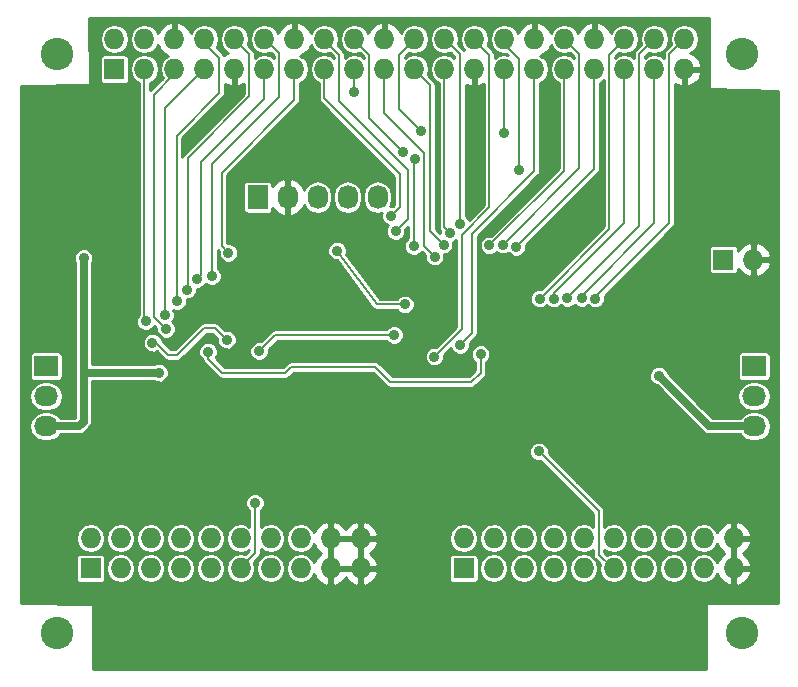
<source format=gbl>
G04 #@! TF.FileFunction,Copper,L2,Bot,Signal*
%FSLAX46Y46*%
G04 Gerber Fmt 4.6, Leading zero omitted, Abs format (unit mm)*
G04 Created by KiCad (PCBNEW (after 2015-mar-04 BZR unknown)-product) date 11/19/2015 2:21:34 PM*
%MOMM*%
G01*
G04 APERTURE LIST*
%ADD10C,0.150000*%
%ADD11R,1.727200X2.032000*%
%ADD12O,1.727200X2.032000*%
%ADD13R,2.032000X1.727200*%
%ADD14O,2.032000X1.727200*%
%ADD15R,1.727200X1.727200*%
%ADD16O,1.727200X1.727200*%
%ADD17C,2.750000*%
%ADD18C,0.889000*%
%ADD19C,0.203200*%
%ADD20C,0.635000*%
%ADD21C,0.254000*%
G04 APERTURE END LIST*
D10*
D11*
X20509000Y-15615800D03*
D12*
X23049000Y-15615800D03*
X25589000Y-15615800D03*
X28129000Y-15615800D03*
X30669000Y-15615800D03*
D13*
X62546000Y-29916000D03*
D14*
X62546000Y-32456000D03*
X62546000Y-34996000D03*
D13*
X2602000Y-29916000D03*
D14*
X2602000Y-32456000D03*
X2602000Y-34996000D03*
D15*
X6361200Y-47035600D03*
D16*
X6361200Y-44495600D03*
X8901200Y-47035600D03*
X8901200Y-44495600D03*
X11441200Y-47035600D03*
X11441200Y-44495600D03*
X13981200Y-47035600D03*
X13981200Y-44495600D03*
X16521200Y-47035600D03*
X16521200Y-44495600D03*
X19061200Y-47035600D03*
X19061200Y-44495600D03*
X21601200Y-47035600D03*
X21601200Y-44495600D03*
X24141200Y-47035600D03*
X24141200Y-44495600D03*
X26681200Y-47035600D03*
X26681200Y-44495600D03*
X29221200Y-47035600D03*
X29221200Y-44495600D03*
D15*
X37958800Y-47035600D03*
D16*
X37958800Y-44495600D03*
X40498800Y-47035600D03*
X40498800Y-44495600D03*
X43038800Y-47035600D03*
X43038800Y-44495600D03*
X45578800Y-47035600D03*
X45578800Y-44495600D03*
X48118800Y-47035600D03*
X48118800Y-44495600D03*
X50658800Y-47035600D03*
X50658800Y-44495600D03*
X53198800Y-47035600D03*
X53198800Y-44495600D03*
X55738800Y-47035600D03*
X55738800Y-44495600D03*
X58278800Y-47035600D03*
X58278800Y-44495600D03*
X60818800Y-47035600D03*
X60818800Y-44495600D03*
D15*
X59942500Y-20899000D03*
D16*
X62482500Y-20899000D03*
D15*
X8370000Y-4770000D03*
D16*
X8370000Y-2230000D03*
X10910000Y-4770000D03*
X10910000Y-2230000D03*
X13450000Y-4770000D03*
X13450000Y-2230000D03*
X15990000Y-4770000D03*
X15990000Y-2230000D03*
X18530000Y-4770000D03*
X18530000Y-2230000D03*
X21070000Y-4770000D03*
X21070000Y-2230000D03*
X23610000Y-4770000D03*
X23610000Y-2230000D03*
X26150000Y-4770000D03*
X26150000Y-2230000D03*
X28690000Y-4770000D03*
X28690000Y-2230000D03*
X31230000Y-4770000D03*
X31230000Y-2230000D03*
X33770000Y-4770000D03*
X33770000Y-2230000D03*
X36310000Y-4770000D03*
X36310000Y-2230000D03*
X38850000Y-4770000D03*
X38850000Y-2230000D03*
X41390000Y-4770000D03*
X41390000Y-2230000D03*
X43930000Y-4770000D03*
X43930000Y-2230000D03*
X46470000Y-4770000D03*
X46470000Y-2230000D03*
X49010000Y-4770000D03*
X49010000Y-2230000D03*
X51550000Y-4770000D03*
X51550000Y-2230000D03*
X54090000Y-4770000D03*
X54090000Y-2230000D03*
X56630000Y-4770000D03*
X56630000Y-2230000D03*
D17*
X3500000Y-3500000D03*
X61500000Y-3500000D03*
X3500000Y-52500000D03*
X61500000Y-52500000D03*
D18*
X42670500Y-13279000D03*
X41400500Y-10167500D03*
X35622000Y-37028000D03*
X47814000Y-39568000D03*
X1586000Y-48813600D03*
X43394400Y-31744800D03*
X63752500Y-17660500D03*
X24827000Y-30805000D03*
X7174000Y-18028800D03*
X51751000Y-34234000D03*
X18223000Y-31694000D03*
X25589000Y-23566000D03*
X34301200Y-21127600D03*
X46990000Y-19558000D03*
X52070000Y-24384000D03*
X34352000Y-44501000D03*
X28637000Y-6675000D03*
X35495000Y-20645000D03*
X36257000Y-19629000D03*
X36765000Y-18613000D03*
X37654000Y-17851000D03*
X15365500Y-22550000D03*
X18034000Y-20320000D03*
X31812000Y-17216000D03*
X13716000Y-24384000D03*
X14540000Y-23439000D03*
X16635500Y-22296000D03*
X32193000Y-18486000D03*
X32828000Y-11755000D03*
X37654000Y-28138000D03*
X34352000Y-9977000D03*
X33844000Y-12390000D03*
X33717000Y-19756000D03*
X40130500Y-19692500D03*
X35469600Y-29103200D03*
X42416500Y-19819500D03*
X41273500Y-19629000D03*
X44385000Y-24201000D03*
X46734500Y-24137500D03*
X45591500Y-24201000D03*
X47941000Y-24137500D03*
X11034800Y-26106000D03*
X32066000Y-27274400D03*
X20636000Y-28646000D03*
X12762000Y-26766400D03*
X16318000Y-28696800D03*
X39381200Y-28900000D03*
X12660400Y-25598000D03*
X49084000Y-24201000D03*
X5777000Y-20772000D03*
X12152400Y-30474800D03*
X54468800Y-30728800D03*
X20280400Y-41498400D03*
X44308800Y-37129600D03*
X27240000Y-20137000D03*
X32980400Y-24683600D03*
X17892800Y-27680800D03*
X11593600Y-27934800D03*
D19*
X41390000Y-2230000D02*
X41390000Y-2600500D01*
X41390000Y-2600500D02*
X42670500Y-3881000D01*
X42670500Y-3881000D02*
X42670500Y-13279000D01*
X41390000Y-4770000D02*
X41390000Y-7299500D01*
X41400500Y-7310000D02*
X41400500Y-10167500D01*
X41390000Y-7299500D02*
X41400500Y-7310000D01*
X34352000Y-44501000D02*
X34301000Y-44450000D01*
X34301000Y-44450000D02*
X34290000Y-44450000D01*
X28690000Y-4770000D02*
X28690000Y-6622000D01*
X28690000Y-6622000D02*
X28637000Y-6675000D01*
X31230000Y-4770000D02*
X31230000Y-8506000D01*
X31230000Y-8506000D02*
X34606000Y-11882000D01*
X34606000Y-19756000D02*
X34606000Y-11882000D01*
X35495000Y-20645000D02*
X34606000Y-19756000D01*
X36257000Y-19629000D02*
X35114000Y-18486000D01*
X35114000Y-6114000D02*
X33770000Y-4770000D01*
X35114000Y-18486000D02*
X35114000Y-6114000D01*
X36310000Y-18158000D02*
X36310000Y-4770000D01*
X36765000Y-18613000D02*
X36310000Y-18158000D01*
X36310000Y-2230000D02*
X36384000Y-2230000D01*
X36384000Y-2230000D02*
X37654000Y-3500000D01*
X37654000Y-3500000D02*
X37654000Y-17851000D01*
X36310000Y-2230000D02*
X36310000Y-2283000D01*
X21070000Y-7320500D02*
X21070000Y-4770000D01*
X15746500Y-12644000D02*
X21070000Y-7320500D01*
X15746500Y-22169000D02*
X15746500Y-12644000D01*
X15365500Y-22550000D02*
X15746500Y-22169000D01*
X18034000Y-20320000D02*
X17461000Y-19747000D01*
X17461000Y-19747000D02*
X17461000Y-18034000D01*
X17461000Y-13527000D02*
X23610000Y-7378000D01*
X23610000Y-7378000D02*
X23610000Y-4770000D01*
X17461000Y-18034000D02*
X17461000Y-13527000D01*
X26150000Y-7236000D02*
X26150000Y-4770000D01*
X32574000Y-13660000D02*
X26150000Y-7236000D01*
X32574000Y-16454000D02*
X32574000Y-13660000D01*
X31812000Y-17216000D02*
X32574000Y-16454000D01*
X13651000Y-22352000D02*
X13651000Y-10421500D01*
X17272000Y-3810000D02*
X17272000Y-6800500D01*
X17272000Y-6800500D02*
X13651000Y-10421500D01*
X15990000Y-2528000D02*
X17272000Y-3810000D01*
X15990000Y-2230000D02*
X15990000Y-2528000D01*
X13716000Y-24384000D02*
X13651000Y-24319000D01*
X13651000Y-24319000D02*
X13651000Y-22352000D01*
X19810500Y-3510500D02*
X18530000Y-2230000D01*
X19810500Y-7056000D02*
X19810500Y-3510500D01*
X14603500Y-12263000D02*
X19810500Y-7056000D01*
X14603500Y-23375500D02*
X14603500Y-12263000D01*
X14540000Y-23439000D02*
X14603500Y-23375500D01*
X21070000Y-2230000D02*
X21144000Y-2230000D01*
X21144000Y-2230000D02*
X22350500Y-3436500D01*
X22350500Y-3436500D02*
X22350500Y-7119500D01*
X22350500Y-7119500D02*
X16635500Y-12834500D01*
X16635500Y-12834500D02*
X16635500Y-22296000D01*
X33209000Y-13279000D02*
X33209000Y-17470000D01*
X33209000Y-17470000D02*
X32193000Y-18486000D01*
X27432000Y-3565000D02*
X27432000Y-7502000D01*
X27432000Y-7502000D02*
X33209000Y-13279000D01*
X26150000Y-2283000D02*
X27432000Y-3565000D01*
X26150000Y-2230000D02*
X26150000Y-2283000D01*
X28690000Y-2230000D02*
X28764000Y-2230000D01*
X29972000Y-3556000D02*
X29972000Y-8899000D01*
X29972000Y-8899000D02*
X32828000Y-11755000D01*
X28690000Y-2274000D02*
X29972000Y-3556000D01*
X28690000Y-2230000D02*
X28690000Y-2274000D01*
X38670000Y-18689200D02*
X43930000Y-13429200D01*
X38670000Y-27122000D02*
X38670000Y-18689200D01*
X37654000Y-28138000D02*
X38670000Y-27122000D01*
X43930000Y-13429200D02*
X43930000Y-4770000D01*
X33770000Y-2230000D02*
X33770000Y-2304000D01*
X33770000Y-2230000D02*
X33844000Y-2230000D01*
X33770000Y-2280800D02*
X33770000Y-2298000D01*
X32512000Y-3556000D02*
X32512000Y-8137000D01*
X32512000Y-8137000D02*
X34352000Y-9977000D01*
X33844000Y-12390000D02*
X33717000Y-12517000D01*
X33717000Y-12517000D02*
X33717000Y-19756000D01*
X33770000Y-2298000D02*
X32512000Y-3556000D01*
X33770000Y-2230000D02*
X33770000Y-2298000D01*
X46470000Y-13353000D02*
X46470000Y-4770000D01*
X40130500Y-19692500D02*
X46470000Y-13353000D01*
X38850000Y-2230000D02*
X38873200Y-2230000D01*
X40132000Y-3556000D02*
X40132000Y-16465200D01*
X40132000Y-16465200D02*
X37806400Y-18790800D01*
X37806400Y-18790800D02*
X37806400Y-26766400D01*
X37806400Y-26766400D02*
X35469600Y-29103200D01*
X38850000Y-2274000D02*
X40132000Y-3556000D01*
X38850000Y-2230000D02*
X38850000Y-2274000D01*
X49010000Y-13226000D02*
X49010000Y-4770000D01*
X42416500Y-19819500D02*
X49010000Y-13226000D01*
X47750500Y-3510500D02*
X46470000Y-2230000D01*
X47750500Y-13152000D02*
X47750500Y-3510500D01*
X41273500Y-19629000D02*
X47750500Y-13152000D01*
X50292000Y-3556000D02*
X50292000Y-12954000D01*
X51550000Y-2298000D02*
X50292000Y-3556000D01*
X51550000Y-2230000D02*
X51550000Y-2298000D01*
X44385000Y-24195000D02*
X50292000Y-18288000D01*
X50292000Y-18288000D02*
X50292000Y-12954000D01*
X44385000Y-24201000D02*
X44385000Y-24195000D01*
X52830500Y-3489500D02*
X54090000Y-2230000D01*
X52830500Y-13970000D02*
X52830500Y-3489500D01*
X46734500Y-24131500D02*
X52832000Y-18034000D01*
X52832000Y-18034000D02*
X52832000Y-13970000D01*
X52832000Y-13970000D02*
X52830500Y-13970000D01*
X46734500Y-24137500D02*
X46734500Y-24131500D01*
X51550000Y-12954000D02*
X51550000Y-4770000D01*
X45591500Y-23750500D02*
X51562000Y-17780000D01*
X51562000Y-17780000D02*
X51562000Y-12954000D01*
X51562000Y-12954000D02*
X51550000Y-12954000D01*
X45591500Y-24201000D02*
X45591500Y-23750500D01*
X54090000Y-14224000D02*
X54090000Y-4770000D01*
X47941000Y-23941000D02*
X54102000Y-17780000D01*
X54102000Y-17780000D02*
X54102000Y-14224000D01*
X54102000Y-14224000D02*
X54090000Y-14224000D01*
X47941000Y-24137500D02*
X47941000Y-23941000D01*
X11034800Y-26106000D02*
X10910000Y-25981200D01*
X10910000Y-25981200D02*
X10910000Y-4770000D01*
X20636000Y-28646000D02*
X22007600Y-27274400D01*
X22007600Y-27274400D02*
X32066000Y-27274400D01*
X12711200Y-26766400D02*
X12762000Y-26766400D01*
X11695200Y-25750400D02*
X12711200Y-26766400D01*
X11695200Y-6954400D02*
X11695200Y-25750400D01*
X13450000Y-5199600D02*
X11695200Y-6954400D01*
X13450000Y-4770000D02*
X13450000Y-5199600D01*
X16318000Y-29272000D02*
X17526000Y-30480000D01*
X16318000Y-28696800D02*
X16318000Y-29272000D01*
X22860000Y-30480000D02*
X23368000Y-29972000D01*
X23368000Y-29972000D02*
X30480000Y-29972000D01*
X30480000Y-29972000D02*
X31750000Y-31242000D01*
X17526000Y-30480000D02*
X22860000Y-30480000D01*
X38608000Y-31242000D02*
X39381200Y-30468800D01*
X39381200Y-30468800D02*
X39381200Y-28900000D01*
X31750000Y-31242000D02*
X38608000Y-31242000D01*
X12698500Y-8061500D02*
X15990000Y-4770000D01*
X12698500Y-25559900D02*
X12698500Y-8061500D01*
X12698500Y-25559900D02*
X12660400Y-25598000D01*
X55370500Y-3489500D02*
X56630000Y-2230000D01*
X55370500Y-3489500D02*
X55370500Y-15240000D01*
X49084000Y-24068000D02*
X55372000Y-17780000D01*
X55372000Y-17780000D02*
X55372000Y-15240000D01*
X55372000Y-15240000D02*
X55370500Y-15240000D01*
X49084000Y-24201000D02*
X49084000Y-24068000D01*
D20*
X5777000Y-30474800D02*
X5777000Y-20772000D01*
X5777000Y-34615000D02*
X5777000Y-30474800D01*
X5396000Y-34996000D02*
X5777000Y-34615000D01*
X5396000Y-34996000D02*
X5777000Y-34615000D01*
X2602000Y-34996000D02*
X5396000Y-34996000D01*
X12152400Y-30474800D02*
X5777000Y-30474800D01*
X58736000Y-34996000D02*
X54468800Y-30728800D01*
X62546000Y-34996000D02*
X58736000Y-34996000D01*
D19*
X19061200Y-47035600D02*
X19061200Y-46934000D01*
X19061200Y-46934000D02*
X20280400Y-45714800D01*
X20280400Y-45714800D02*
X20280400Y-41498400D01*
X44308800Y-37129600D02*
X49388800Y-42209600D01*
X49388800Y-42209600D02*
X49388800Y-45867200D01*
X50557200Y-47035600D02*
X49388800Y-45867200D01*
X50658800Y-47035600D02*
X50557200Y-47035600D01*
X27240000Y-20137000D02*
X30592800Y-24683600D01*
X30592800Y-24683600D02*
X32980400Y-24683600D01*
X11932800Y-27934800D02*
X12954000Y-28956000D01*
X12954000Y-28956000D02*
X13716000Y-28956000D01*
X13716000Y-28956000D02*
X16002000Y-26670000D01*
X16002000Y-26670000D02*
X16882000Y-26670000D01*
X16882000Y-26670000D02*
X17892800Y-27680800D01*
X11593600Y-27934800D02*
X11932800Y-27934800D01*
D21*
G36*
X19327900Y-6856100D02*
X14262250Y-11921750D01*
X14157636Y-12078317D01*
X14133600Y-12199153D01*
X14133600Y-10621400D01*
X17613250Y-7141750D01*
X17717864Y-6985183D01*
X17754600Y-6800500D01*
X17754600Y-6052274D01*
X17755053Y-6052688D01*
X18170974Y-6224958D01*
X18403000Y-6103817D01*
X18403000Y-4897000D01*
X18383000Y-4897000D01*
X18383000Y-4643000D01*
X18403000Y-4643000D01*
X18403000Y-4623000D01*
X18657000Y-4623000D01*
X18657000Y-4643000D01*
X18677000Y-4643000D01*
X18677000Y-4897000D01*
X18657000Y-4897000D01*
X18657000Y-6103817D01*
X18889026Y-6224958D01*
X19304947Y-6052688D01*
X19327900Y-6031737D01*
X19327900Y-6856100D01*
X19327900Y-6856100D01*
G37*
X19327900Y-6856100D02*
X14262250Y-11921750D01*
X14157636Y-12078317D01*
X14133600Y-12199153D01*
X14133600Y-10621400D01*
X17613250Y-7141750D01*
X17717864Y-6985183D01*
X17754600Y-6800500D01*
X17754600Y-6052274D01*
X17755053Y-6052688D01*
X18170974Y-6224958D01*
X18403000Y-6103817D01*
X18403000Y-4897000D01*
X18383000Y-4897000D01*
X18383000Y-4643000D01*
X18403000Y-4643000D01*
X18403000Y-4623000D01*
X18657000Y-4623000D01*
X18657000Y-4643000D01*
X18677000Y-4643000D01*
X18677000Y-4897000D01*
X18657000Y-4897000D01*
X18657000Y-6103817D01*
X18889026Y-6224958D01*
X19304947Y-6052688D01*
X19327900Y-6031737D01*
X19327900Y-6856100D01*
G36*
X39649400Y-16265300D02*
X38405828Y-17508871D01*
X38354233Y-17384002D01*
X38136600Y-17165989D01*
X38136600Y-6078180D01*
X38490974Y-6224958D01*
X38723000Y-6103817D01*
X38723000Y-4897000D01*
X38703000Y-4897000D01*
X38703000Y-4643000D01*
X38723000Y-4643000D01*
X38723000Y-4623000D01*
X38977000Y-4623000D01*
X38977000Y-4643000D01*
X38997000Y-4643000D01*
X38997000Y-4897000D01*
X38977000Y-4897000D01*
X38977000Y-6103817D01*
X39209026Y-6224958D01*
X39624947Y-6052688D01*
X39649400Y-6030368D01*
X39649400Y-16265300D01*
X39649400Y-16265300D01*
G37*
X39649400Y-16265300D02*
X38405828Y-17508871D01*
X38354233Y-17384002D01*
X38136600Y-17165989D01*
X38136600Y-6078180D01*
X38490974Y-6224958D01*
X38723000Y-6103817D01*
X38723000Y-4897000D01*
X38703000Y-4897000D01*
X38703000Y-4643000D01*
X38723000Y-4643000D01*
X38723000Y-4623000D01*
X38977000Y-4623000D01*
X38977000Y-4643000D01*
X38997000Y-4643000D01*
X38997000Y-4897000D01*
X38977000Y-4897000D01*
X38977000Y-6103817D01*
X39209026Y-6224958D01*
X39624947Y-6052688D01*
X39649400Y-6030368D01*
X39649400Y-16265300D01*
G36*
X64569000Y-49949100D02*
X63970369Y-49949100D01*
X63970369Y-34996000D01*
X63970369Y-32456000D01*
X63950464Y-32355931D01*
X63950464Y-30779600D01*
X63950464Y-29052400D01*
X63937458Y-28985365D01*
X63937458Y-21258026D01*
X63937458Y-20539974D01*
X63765188Y-20124053D01*
X63370990Y-19692179D01*
X62841527Y-19444032D01*
X62609500Y-19564531D01*
X62609500Y-20772000D01*
X63816317Y-20772000D01*
X63937458Y-20539974D01*
X63937458Y-21258026D01*
X63816317Y-21026000D01*
X62609500Y-21026000D01*
X62609500Y-22233469D01*
X62841527Y-22353968D01*
X63370990Y-22105821D01*
X63765188Y-21673947D01*
X63937458Y-21258026D01*
X63937458Y-28985365D01*
X63922278Y-28907126D01*
X63838404Y-28779444D01*
X63711784Y-28693974D01*
X63562000Y-28663936D01*
X62355500Y-28663936D01*
X62355500Y-22233469D01*
X62355500Y-21026000D01*
X62335500Y-21026000D01*
X62335500Y-20772000D01*
X62355500Y-20772000D01*
X62355500Y-19564531D01*
X62123473Y-19444032D01*
X61594010Y-19692179D01*
X61199812Y-20124053D01*
X61194564Y-20136723D01*
X61194564Y-20035400D01*
X61166378Y-19890126D01*
X61082504Y-19762444D01*
X60955884Y-19676974D01*
X60806100Y-19646936D01*
X59078900Y-19646936D01*
X58933626Y-19675122D01*
X58805944Y-19758996D01*
X58720474Y-19885616D01*
X58690436Y-20035400D01*
X58690436Y-21762600D01*
X58718622Y-21907874D01*
X58802496Y-22035556D01*
X58929116Y-22121026D01*
X59078900Y-22151064D01*
X60806100Y-22151064D01*
X60951374Y-22122878D01*
X61079056Y-22039004D01*
X61164526Y-21912384D01*
X61194564Y-21762600D01*
X61194564Y-21661276D01*
X61199812Y-21673947D01*
X61594010Y-22105821D01*
X62123473Y-22353968D01*
X62355500Y-22233469D01*
X62355500Y-28663936D01*
X61530000Y-28663936D01*
X61384726Y-28692122D01*
X61257044Y-28775996D01*
X61171574Y-28902616D01*
X61141536Y-29052400D01*
X61141536Y-30779600D01*
X61169722Y-30924874D01*
X61253596Y-31052556D01*
X61380216Y-31138026D01*
X61530000Y-31168064D01*
X63562000Y-31168064D01*
X63707274Y-31139878D01*
X63834956Y-31056004D01*
X63920426Y-30929384D01*
X63950464Y-30779600D01*
X63950464Y-32355931D01*
X63875629Y-31979712D01*
X63605834Y-31575935D01*
X63202057Y-31306140D01*
X62725769Y-31211400D01*
X62366231Y-31211400D01*
X61889943Y-31306140D01*
X61486166Y-31575935D01*
X61216371Y-31979712D01*
X61121631Y-32456000D01*
X61216371Y-32932288D01*
X61486166Y-33336065D01*
X61889943Y-33605860D01*
X62366231Y-33700600D01*
X62725769Y-33700600D01*
X63202057Y-33605860D01*
X63605834Y-33336065D01*
X63875629Y-32932288D01*
X63970369Y-32456000D01*
X63970369Y-34996000D01*
X63875629Y-34519712D01*
X63605834Y-34115935D01*
X63202057Y-33846140D01*
X62725769Y-33751400D01*
X62366231Y-33751400D01*
X61889943Y-33846140D01*
X61486166Y-34115935D01*
X61364848Y-34297500D01*
X59025328Y-34297500D01*
X58084968Y-33357140D01*
X58084968Y-5129027D01*
X58084968Y-4410973D01*
X57836821Y-3881510D01*
X57404947Y-3487312D01*
X57143828Y-3379159D01*
X57510065Y-3134448D01*
X57779860Y-2730671D01*
X57874600Y-2254383D01*
X57874600Y-2205617D01*
X57779860Y-1729329D01*
X57510065Y-1325552D01*
X57106288Y-1055757D01*
X56630000Y-961017D01*
X56153712Y-1055757D01*
X55749935Y-1325552D01*
X55480140Y-1729329D01*
X55385400Y-2205617D01*
X55385400Y-2254383D01*
X55474613Y-2702886D01*
X55029250Y-3148250D01*
X54924636Y-3304817D01*
X54887900Y-3489500D01*
X54887900Y-3810651D01*
X54566288Y-3595757D01*
X54090000Y-3501017D01*
X53613712Y-3595757D01*
X53313100Y-3796619D01*
X53313100Y-3689400D01*
X53604447Y-3398052D01*
X53613712Y-3404243D01*
X54090000Y-3498983D01*
X54566288Y-3404243D01*
X54970065Y-3134448D01*
X55239860Y-2730671D01*
X55334600Y-2254383D01*
X55334600Y-2205617D01*
X55239860Y-1729329D01*
X54970065Y-1325552D01*
X54566288Y-1055757D01*
X54090000Y-961017D01*
X53613712Y-1055757D01*
X53209935Y-1325552D01*
X52940140Y-1729329D01*
X52845400Y-2205617D01*
X52845400Y-2254383D01*
X52934613Y-2702886D01*
X52489250Y-3148250D01*
X52384636Y-3304817D01*
X52347900Y-3489500D01*
X52347900Y-3810651D01*
X52026288Y-3595757D01*
X51550000Y-3501017D01*
X51073712Y-3595757D01*
X50774600Y-3795617D01*
X50774600Y-3755899D01*
X51117538Y-3412960D01*
X51550000Y-3498983D01*
X52026288Y-3404243D01*
X52430065Y-3134448D01*
X52699860Y-2730671D01*
X52794600Y-2254383D01*
X52794600Y-2205617D01*
X52699860Y-1729329D01*
X52430065Y-1325552D01*
X52026288Y-1055757D01*
X51550000Y-961017D01*
X51073712Y-1055757D01*
X50669935Y-1325552D01*
X50400140Y-1729329D01*
X50399676Y-1731661D01*
X50216821Y-1341510D01*
X49784947Y-947312D01*
X49369026Y-775042D01*
X49137000Y-896183D01*
X49137000Y-2103000D01*
X49157000Y-2103000D01*
X49157000Y-2357000D01*
X49137000Y-2357000D01*
X49137000Y-2377000D01*
X48883000Y-2377000D01*
X48883000Y-2357000D01*
X48863000Y-2357000D01*
X48863000Y-2103000D01*
X48883000Y-2103000D01*
X48883000Y-896183D01*
X48650974Y-775042D01*
X48235053Y-947312D01*
X47803179Y-1341510D01*
X47620323Y-1731661D01*
X47619860Y-1729329D01*
X47350065Y-1325552D01*
X46946288Y-1055757D01*
X46470000Y-961017D01*
X45993712Y-1055757D01*
X45589935Y-1325552D01*
X45320140Y-1729329D01*
X45319676Y-1731661D01*
X45136821Y-1341510D01*
X44704947Y-947312D01*
X44289026Y-775042D01*
X44057000Y-896183D01*
X44057000Y-2103000D01*
X44077000Y-2103000D01*
X44077000Y-2357000D01*
X44057000Y-2357000D01*
X44057000Y-2377000D01*
X43803000Y-2377000D01*
X43803000Y-2357000D01*
X43783000Y-2357000D01*
X43783000Y-2103000D01*
X43803000Y-2103000D01*
X43803000Y-896183D01*
X43570974Y-775042D01*
X43155053Y-947312D01*
X42723179Y-1341510D01*
X42540323Y-1731661D01*
X42539860Y-1729329D01*
X42270065Y-1325552D01*
X41866288Y-1055757D01*
X41390000Y-961017D01*
X40913712Y-1055757D01*
X40509935Y-1325552D01*
X40240140Y-1729329D01*
X40145400Y-2205617D01*
X40145400Y-2254383D01*
X40240140Y-2730671D01*
X40509935Y-3134448D01*
X40913712Y-3404243D01*
X41390000Y-3498983D01*
X41570149Y-3463148D01*
X41662152Y-3555151D01*
X41390000Y-3501017D01*
X40913712Y-3595757D01*
X40614600Y-3795617D01*
X40614600Y-3556005D01*
X40614600Y-3556000D01*
X40614601Y-3556000D01*
X40577864Y-3371317D01*
X40473250Y-3214750D01*
X39995578Y-2737078D01*
X39999860Y-2730671D01*
X40094600Y-2254383D01*
X40094600Y-2205617D01*
X39999860Y-1729329D01*
X39730065Y-1325552D01*
X39326288Y-1055757D01*
X38850000Y-961017D01*
X38373712Y-1055757D01*
X37969935Y-1325552D01*
X37700140Y-1729329D01*
X37605400Y-2205617D01*
X37605400Y-2254383D01*
X37700140Y-2730671D01*
X37967895Y-3131395D01*
X37477664Y-2641164D01*
X37554600Y-2254383D01*
X37554600Y-2205617D01*
X37459860Y-1729329D01*
X37190065Y-1325552D01*
X36786288Y-1055757D01*
X36310000Y-961017D01*
X35833712Y-1055757D01*
X35429935Y-1325552D01*
X35160140Y-1729329D01*
X35065400Y-2205617D01*
X35065400Y-2254383D01*
X35160140Y-2730671D01*
X35429935Y-3134448D01*
X35833712Y-3404243D01*
X36310000Y-3498983D01*
X36786288Y-3404243D01*
X36839912Y-3368412D01*
X37171400Y-3699900D01*
X37171400Y-3853080D01*
X36786288Y-3595757D01*
X36310000Y-3501017D01*
X35833712Y-3595757D01*
X35429935Y-3865552D01*
X35160140Y-4269329D01*
X35065400Y-4745617D01*
X35065400Y-4794383D01*
X35160140Y-5270671D01*
X35429935Y-5674448D01*
X35827400Y-5940025D01*
X35827400Y-18158000D01*
X35864136Y-18342683D01*
X35939636Y-18455678D01*
X35939485Y-18628985D01*
X35596600Y-18286100D01*
X35596600Y-6114000D01*
X35559864Y-5929317D01*
X35455250Y-5772750D01*
X34925386Y-5242886D01*
X35014600Y-4794383D01*
X35014600Y-4745617D01*
X34919860Y-4269329D01*
X34650065Y-3865552D01*
X34246288Y-3595757D01*
X33770000Y-3501017D01*
X33293712Y-3595757D01*
X32994600Y-3795617D01*
X32994600Y-3755899D01*
X33337538Y-3412960D01*
X33770000Y-3498983D01*
X34246288Y-3404243D01*
X34650065Y-3134448D01*
X34919860Y-2730671D01*
X35014600Y-2254383D01*
X35014600Y-2205617D01*
X34919860Y-1729329D01*
X34650065Y-1325552D01*
X34246288Y-1055757D01*
X33770000Y-961017D01*
X33293712Y-1055757D01*
X32889935Y-1325552D01*
X32620140Y-1729329D01*
X32619676Y-1731661D01*
X32436821Y-1341510D01*
X32004947Y-947312D01*
X31589026Y-775042D01*
X31357000Y-896183D01*
X31357000Y-2103000D01*
X31377000Y-2103000D01*
X31377000Y-2357000D01*
X31357000Y-2357000D01*
X31357000Y-2377000D01*
X31103000Y-2377000D01*
X31103000Y-2357000D01*
X31083000Y-2357000D01*
X31083000Y-2103000D01*
X31103000Y-2103000D01*
X31103000Y-896183D01*
X30870974Y-775042D01*
X30455053Y-947312D01*
X30023179Y-1341510D01*
X29840323Y-1731661D01*
X29839860Y-1729329D01*
X29570065Y-1325552D01*
X29166288Y-1055757D01*
X28690000Y-961017D01*
X28213712Y-1055757D01*
X27809935Y-1325552D01*
X27540140Y-1729329D01*
X27445400Y-2205617D01*
X27445400Y-2254383D01*
X27540140Y-2730671D01*
X27809935Y-3134448D01*
X28213712Y-3404243D01*
X28690000Y-3498983D01*
X29142478Y-3408978D01*
X29489400Y-3755900D01*
X29489400Y-3811653D01*
X29166288Y-3595757D01*
X28690000Y-3501017D01*
X28213712Y-3595757D01*
X27914600Y-3795617D01*
X27914600Y-3565005D01*
X27914600Y-3565000D01*
X27914601Y-3565000D01*
X27877864Y-3380317D01*
X27773250Y-3223750D01*
X27291973Y-2742473D01*
X27299860Y-2730671D01*
X27394600Y-2254383D01*
X27394600Y-2205617D01*
X27299860Y-1729329D01*
X27030065Y-1325552D01*
X26626288Y-1055757D01*
X26150000Y-961017D01*
X25673712Y-1055757D01*
X25269935Y-1325552D01*
X25000140Y-1729329D01*
X24999676Y-1731661D01*
X24816821Y-1341510D01*
X24384947Y-947312D01*
X23969026Y-775042D01*
X23737000Y-896183D01*
X23737000Y-2103000D01*
X23757000Y-2103000D01*
X23757000Y-2357000D01*
X23737000Y-2357000D01*
X23737000Y-2377000D01*
X23483000Y-2377000D01*
X23483000Y-2357000D01*
X23463000Y-2357000D01*
X23463000Y-2103000D01*
X23483000Y-2103000D01*
X23483000Y-896183D01*
X23250974Y-775042D01*
X22835053Y-947312D01*
X22403179Y-1341510D01*
X22220323Y-1731661D01*
X22219860Y-1729329D01*
X21950065Y-1325552D01*
X21546288Y-1055757D01*
X21070000Y-961017D01*
X20593712Y-1055757D01*
X20189935Y-1325552D01*
X19920140Y-1729329D01*
X19825400Y-2205617D01*
X19825400Y-2254383D01*
X19920140Y-2730671D01*
X20189935Y-3134448D01*
X20593712Y-3404243D01*
X21070000Y-3498983D01*
X21546288Y-3404243D01*
X21599912Y-3368412D01*
X21867900Y-3636399D01*
X21867900Y-3810651D01*
X21546288Y-3595757D01*
X21070000Y-3501017D01*
X20593712Y-3595757D01*
X20293100Y-3796619D01*
X20293100Y-3510500D01*
X20256364Y-3325817D01*
X20151750Y-3169250D01*
X20151746Y-3169247D01*
X19685386Y-2702887D01*
X19774600Y-2254383D01*
X19774600Y-2205617D01*
X19679860Y-1729329D01*
X19410065Y-1325552D01*
X19006288Y-1055757D01*
X18530000Y-961017D01*
X18053712Y-1055757D01*
X17649935Y-1325552D01*
X17380140Y-1729329D01*
X17285400Y-2205617D01*
X17285400Y-2254383D01*
X17380140Y-2730671D01*
X17649935Y-3134448D01*
X18016171Y-3379159D01*
X17755053Y-3487312D01*
X17674674Y-3560678D01*
X17613250Y-3468750D01*
X17033840Y-2889340D01*
X17139860Y-2730671D01*
X17234600Y-2254383D01*
X17234600Y-2205617D01*
X17139860Y-1729329D01*
X16870065Y-1325552D01*
X16466288Y-1055757D01*
X15990000Y-961017D01*
X15513712Y-1055757D01*
X15109935Y-1325552D01*
X14840140Y-1729329D01*
X14839676Y-1731661D01*
X14656821Y-1341510D01*
X14224947Y-947312D01*
X13809026Y-775042D01*
X13577000Y-896183D01*
X13577000Y-2103000D01*
X13597000Y-2103000D01*
X13597000Y-2357000D01*
X13577000Y-2357000D01*
X13577000Y-2377000D01*
X13323000Y-2377000D01*
X13323000Y-2357000D01*
X13303000Y-2357000D01*
X13303000Y-2103000D01*
X13323000Y-2103000D01*
X13323000Y-896183D01*
X13090974Y-775042D01*
X12675053Y-947312D01*
X12243179Y-1341510D01*
X12060323Y-1731661D01*
X12059860Y-1729329D01*
X11790065Y-1325552D01*
X11386288Y-1055757D01*
X10910000Y-961017D01*
X10433712Y-1055757D01*
X10029935Y-1325552D01*
X9760140Y-1729329D01*
X9665400Y-2205617D01*
X9665400Y-2254383D01*
X9760140Y-2730671D01*
X10029935Y-3134448D01*
X10433712Y-3404243D01*
X10910000Y-3498983D01*
X11386288Y-3404243D01*
X11790065Y-3134448D01*
X12059860Y-2730671D01*
X12060323Y-2728338D01*
X12243179Y-3118490D01*
X12675053Y-3512688D01*
X12936171Y-3620840D01*
X12569935Y-3865552D01*
X12300140Y-4269329D01*
X12205400Y-4745617D01*
X12205400Y-4794383D01*
X12300140Y-5270671D01*
X12458871Y-5508228D01*
X11392600Y-6574500D01*
X11392600Y-5940025D01*
X11790065Y-5674448D01*
X12059860Y-5270671D01*
X12154600Y-4794383D01*
X12154600Y-4745617D01*
X12059860Y-4269329D01*
X11790065Y-3865552D01*
X11386288Y-3595757D01*
X10910000Y-3501017D01*
X10433712Y-3595757D01*
X10029935Y-3865552D01*
X9760140Y-4269329D01*
X9665400Y-4745617D01*
X9665400Y-4794383D01*
X9760140Y-5270671D01*
X10029935Y-5674448D01*
X10427400Y-5940025D01*
X10427400Y-25545924D01*
X10335383Y-25637781D01*
X10209443Y-25941077D01*
X10209157Y-26269482D01*
X10334567Y-26572998D01*
X10566581Y-26805417D01*
X10869877Y-26931357D01*
X11198282Y-26931643D01*
X11501798Y-26806233D01*
X11734217Y-26574219D01*
X11764232Y-26501932D01*
X11936579Y-26674279D01*
X11936357Y-26929882D01*
X12061767Y-27233398D01*
X12293781Y-27465817D01*
X12597077Y-27591757D01*
X12925482Y-27592043D01*
X13228998Y-27466633D01*
X13461417Y-27234619D01*
X13587357Y-26931323D01*
X13587643Y-26602918D01*
X13462233Y-26299402D01*
X13294522Y-26131399D01*
X13359817Y-26066219D01*
X13485757Y-25762923D01*
X13486043Y-25434518D01*
X13360633Y-25131002D01*
X13359397Y-25129764D01*
X13551077Y-25209357D01*
X13879482Y-25209643D01*
X14182998Y-25084233D01*
X14415417Y-24852219D01*
X14541357Y-24548923D01*
X14541604Y-24264502D01*
X14703482Y-24264643D01*
X15006998Y-24139233D01*
X15239417Y-23907219D01*
X15365357Y-23603923D01*
X15365555Y-23375500D01*
X15528982Y-23375643D01*
X15832498Y-23250233D01*
X16064917Y-23018219D01*
X16101674Y-22929696D01*
X16167281Y-22995417D01*
X16470577Y-23121357D01*
X16798982Y-23121643D01*
X17102498Y-22996233D01*
X17334917Y-22764219D01*
X17460857Y-22460923D01*
X17461143Y-22132518D01*
X17335733Y-21829002D01*
X17118100Y-21610989D01*
X17118100Y-20085780D01*
X17119750Y-20088250D01*
X17208623Y-20177123D01*
X17208357Y-20483482D01*
X17333767Y-20786998D01*
X17565781Y-21019417D01*
X17869077Y-21145357D01*
X18197482Y-21145643D01*
X18500998Y-21020233D01*
X18733417Y-20788219D01*
X18859357Y-20484923D01*
X18859643Y-20156518D01*
X18734233Y-19853002D01*
X18502219Y-19620583D01*
X18198923Y-19494643D01*
X17943600Y-19494420D01*
X17943600Y-18034000D01*
X17943600Y-13726900D01*
X23951250Y-7719250D01*
X24055864Y-7562683D01*
X24092600Y-7378000D01*
X24092600Y-5940025D01*
X24490065Y-5674448D01*
X24759860Y-5270671D01*
X24854600Y-4794383D01*
X24854600Y-4745617D01*
X24759860Y-4269329D01*
X24490065Y-3865552D01*
X24123828Y-3620840D01*
X24384947Y-3512688D01*
X24816821Y-3118490D01*
X24999676Y-2728338D01*
X25000140Y-2730671D01*
X25269935Y-3134448D01*
X25673712Y-3404243D01*
X26150000Y-3498983D01*
X26594972Y-3410472D01*
X26949400Y-3764900D01*
X26949400Y-3811653D01*
X26626288Y-3595757D01*
X26150000Y-3501017D01*
X25673712Y-3595757D01*
X25269935Y-3865552D01*
X25000140Y-4269329D01*
X24905400Y-4745617D01*
X24905400Y-4794383D01*
X25000140Y-5270671D01*
X25269935Y-5674448D01*
X25667400Y-5940025D01*
X25667400Y-7236000D01*
X25704136Y-7420683D01*
X25808750Y-7577250D01*
X32091400Y-13859900D01*
X32091400Y-16254100D01*
X31954876Y-16390623D01*
X31739627Y-16390436D01*
X31818860Y-16271857D01*
X31913600Y-15795569D01*
X31913600Y-15436031D01*
X31818860Y-14959743D01*
X31549065Y-14555966D01*
X31145288Y-14286171D01*
X30669000Y-14191431D01*
X30192712Y-14286171D01*
X29788935Y-14555966D01*
X29519140Y-14959743D01*
X29424400Y-15436031D01*
X29424400Y-15795569D01*
X29519140Y-16271857D01*
X29788935Y-16675634D01*
X30192712Y-16945429D01*
X30669000Y-17040169D01*
X31020178Y-16970314D01*
X30986643Y-17051077D01*
X30986357Y-17379482D01*
X31111767Y-17682998D01*
X31343781Y-17915417D01*
X31521995Y-17989418D01*
X31493583Y-18017781D01*
X31367643Y-18321077D01*
X31367357Y-18649482D01*
X31492767Y-18952998D01*
X31724781Y-19185417D01*
X32028077Y-19311357D01*
X32356482Y-19311643D01*
X32659998Y-19186233D01*
X32892417Y-18954219D01*
X33018357Y-18650923D01*
X33018625Y-18342874D01*
X33234400Y-18127100D01*
X33234400Y-19071341D01*
X33017583Y-19287781D01*
X32891643Y-19591077D01*
X32891357Y-19919482D01*
X33016767Y-20222998D01*
X33248781Y-20455417D01*
X33552077Y-20581357D01*
X33880482Y-20581643D01*
X34183998Y-20456233D01*
X34404057Y-20236557D01*
X34669623Y-20502123D01*
X34669357Y-20808482D01*
X34794767Y-21111998D01*
X35026781Y-21344417D01*
X35330077Y-21470357D01*
X35658482Y-21470643D01*
X35961998Y-21345233D01*
X36194417Y-21113219D01*
X36320357Y-20809923D01*
X36320643Y-20481518D01*
X36309498Y-20454546D01*
X36420482Y-20454643D01*
X36723998Y-20329233D01*
X36956417Y-20097219D01*
X37082357Y-19793923D01*
X37082643Y-19465518D01*
X37050676Y-19388153D01*
X37231998Y-19313233D01*
X37323800Y-19221590D01*
X37323800Y-26566500D01*
X35612476Y-28277823D01*
X35306118Y-28277557D01*
X35002602Y-28402967D01*
X34770183Y-28634981D01*
X34644243Y-28938277D01*
X34643957Y-29266682D01*
X34769367Y-29570198D01*
X35001381Y-29802617D01*
X35304677Y-29928557D01*
X35633082Y-29928843D01*
X35936598Y-29803433D01*
X36169017Y-29571419D01*
X36294957Y-29268123D01*
X36295225Y-28960074D01*
X36865039Y-28390260D01*
X36953767Y-28604998D01*
X37185781Y-28837417D01*
X37489077Y-28963357D01*
X37817482Y-28963643D01*
X38120998Y-28838233D01*
X38353417Y-28606219D01*
X38479357Y-28302923D01*
X38479625Y-27994874D01*
X39011250Y-27463250D01*
X39115864Y-27306683D01*
X39152600Y-27122000D01*
X39152600Y-18889099D01*
X44271246Y-13770452D01*
X44271249Y-13770450D01*
X44271250Y-13770450D01*
X44375864Y-13613883D01*
X44412600Y-13429200D01*
X44412600Y-5940025D01*
X44810065Y-5674448D01*
X45079860Y-5270671D01*
X45174600Y-4794383D01*
X45174600Y-4745617D01*
X45079860Y-4269329D01*
X44810065Y-3865552D01*
X44443828Y-3620840D01*
X44704947Y-3512688D01*
X45136821Y-3118490D01*
X45319676Y-2728338D01*
X45320140Y-2730671D01*
X45589935Y-3134448D01*
X45993712Y-3404243D01*
X46470000Y-3498983D01*
X46946288Y-3404243D01*
X46955552Y-3398052D01*
X47267900Y-3710399D01*
X47267900Y-3810651D01*
X46946288Y-3595757D01*
X46470000Y-3501017D01*
X45993712Y-3595757D01*
X45589935Y-3865552D01*
X45320140Y-4269329D01*
X45225400Y-4745617D01*
X45225400Y-4794383D01*
X45320140Y-5270671D01*
X45589935Y-5674448D01*
X45987400Y-5940025D01*
X45987400Y-13153100D01*
X40273376Y-18867123D01*
X39967018Y-18866857D01*
X39663502Y-18992267D01*
X39431083Y-19224281D01*
X39305143Y-19527577D01*
X39304857Y-19855982D01*
X39430267Y-20159498D01*
X39662281Y-20391917D01*
X39965577Y-20517857D01*
X40293982Y-20518143D01*
X40597498Y-20392733D01*
X40733728Y-20256739D01*
X40805281Y-20328417D01*
X41108577Y-20454357D01*
X41436982Y-20454643D01*
X41740498Y-20329233D01*
X41749728Y-20320018D01*
X41948281Y-20518917D01*
X42251577Y-20644857D01*
X42579982Y-20645143D01*
X42883498Y-20519733D01*
X43115917Y-20287719D01*
X43241857Y-19984423D01*
X43242125Y-19676374D01*
X49351250Y-13567250D01*
X49455864Y-13410683D01*
X49492600Y-13226000D01*
X49492600Y-5940025D01*
X49809400Y-5728346D01*
X49809400Y-12954000D01*
X49809400Y-18088100D01*
X44521881Y-23375618D01*
X44221518Y-23375357D01*
X43918002Y-23500767D01*
X43685583Y-23732781D01*
X43559643Y-24036077D01*
X43559357Y-24364482D01*
X43684767Y-24667998D01*
X43916781Y-24900417D01*
X44220077Y-25026357D01*
X44548482Y-25026643D01*
X44851998Y-24901233D01*
X44988284Y-24765184D01*
X45123281Y-24900417D01*
X45426577Y-25026357D01*
X45754982Y-25026643D01*
X46058498Y-24901233D01*
X46194728Y-24765239D01*
X46266281Y-24836917D01*
X46569577Y-24962857D01*
X46897982Y-24963143D01*
X47201498Y-24837733D01*
X47337784Y-24701684D01*
X47472781Y-24836917D01*
X47776077Y-24962857D01*
X48104482Y-24963143D01*
X48407998Y-24837733D01*
X48480728Y-24765128D01*
X48615781Y-24900417D01*
X48919077Y-25026357D01*
X49247482Y-25026643D01*
X49550998Y-24901233D01*
X49783417Y-24669219D01*
X49909357Y-24365923D01*
X49909643Y-24037518D01*
X49876703Y-23957796D01*
X55713250Y-18121250D01*
X55817864Y-17964683D01*
X55854600Y-17780000D01*
X55854600Y-15240000D01*
X55853100Y-15232459D01*
X55853100Y-6050905D01*
X55855053Y-6052688D01*
X56270974Y-6224958D01*
X56503000Y-6103817D01*
X56503000Y-4897000D01*
X56483000Y-4897000D01*
X56483000Y-4643000D01*
X56503000Y-4643000D01*
X56503000Y-4623000D01*
X56757000Y-4623000D01*
X56757000Y-4643000D01*
X57964469Y-4643000D01*
X58084968Y-4410973D01*
X58084968Y-5129027D01*
X57964469Y-4897000D01*
X56757000Y-4897000D01*
X56757000Y-6103817D01*
X56989026Y-6224958D01*
X57404947Y-6052688D01*
X57836821Y-5658490D01*
X58084968Y-5129027D01*
X58084968Y-33357140D01*
X55294441Y-30566613D01*
X55294443Y-30565318D01*
X55169033Y-30261802D01*
X54937019Y-30029383D01*
X54633723Y-29903443D01*
X54305318Y-29903157D01*
X54001802Y-30028567D01*
X53769383Y-30260581D01*
X53643443Y-30563877D01*
X53643157Y-30892282D01*
X53768567Y-31195798D01*
X54000581Y-31428217D01*
X54303877Y-31554157D01*
X54306331Y-31554159D01*
X58242086Y-35489914D01*
X58468695Y-35641330D01*
X58468696Y-35641330D01*
X58736000Y-35694500D01*
X61364848Y-35694500D01*
X61486166Y-35876065D01*
X61889943Y-36145860D01*
X62366231Y-36240600D01*
X62725769Y-36240600D01*
X63202057Y-36145860D01*
X63605834Y-35876065D01*
X63875629Y-35472288D01*
X63970369Y-34996000D01*
X63970369Y-49949100D01*
X62273768Y-49949100D01*
X62273768Y-47394627D01*
X62273768Y-46676573D01*
X62025621Y-46147110D01*
X61607647Y-45765600D01*
X62025621Y-45384090D01*
X62273768Y-44854627D01*
X62273768Y-44136573D01*
X62025621Y-43607110D01*
X61593747Y-43212912D01*
X61177826Y-43040642D01*
X60945800Y-43161783D01*
X60945800Y-44368600D01*
X62153269Y-44368600D01*
X62273768Y-44136573D01*
X62273768Y-44854627D01*
X62153269Y-44622600D01*
X60945800Y-44622600D01*
X60945800Y-45701783D01*
X60945800Y-45829417D01*
X60945800Y-46908600D01*
X62153269Y-46908600D01*
X62273768Y-46676573D01*
X62273768Y-47394627D01*
X62153269Y-47162600D01*
X60945800Y-47162600D01*
X60945800Y-48369417D01*
X61177826Y-48490558D01*
X61593747Y-48318288D01*
X62025621Y-47924090D01*
X62273768Y-47394627D01*
X62273768Y-49949100D01*
X60691800Y-49949100D01*
X60691800Y-48369417D01*
X60691800Y-47162600D01*
X60671800Y-47162600D01*
X60671800Y-46908600D01*
X60691800Y-46908600D01*
X60691800Y-45829417D01*
X60691800Y-45701783D01*
X60691800Y-44622600D01*
X60671800Y-44622600D01*
X60671800Y-44368600D01*
X60691800Y-44368600D01*
X60691800Y-43161783D01*
X60459774Y-43040642D01*
X60043853Y-43212912D01*
X59611979Y-43607110D01*
X59429123Y-43997261D01*
X59428660Y-43994929D01*
X59158865Y-43591152D01*
X58755088Y-43321357D01*
X58278800Y-43226617D01*
X57802512Y-43321357D01*
X57398735Y-43591152D01*
X57128940Y-43994929D01*
X57034200Y-44471217D01*
X57034200Y-44519983D01*
X57128940Y-44996271D01*
X57398735Y-45400048D01*
X57802512Y-45669843D01*
X58278800Y-45764583D01*
X58755088Y-45669843D01*
X59158865Y-45400048D01*
X59428660Y-44996271D01*
X59429123Y-44993938D01*
X59611979Y-45384090D01*
X60029952Y-45765600D01*
X59611979Y-46147110D01*
X59429123Y-46537261D01*
X59428660Y-46534929D01*
X59158865Y-46131152D01*
X58755088Y-45861357D01*
X58278800Y-45766617D01*
X57802512Y-45861357D01*
X57398735Y-46131152D01*
X57128940Y-46534929D01*
X57034200Y-47011217D01*
X57034200Y-47059983D01*
X57128940Y-47536271D01*
X57398735Y-47940048D01*
X57802512Y-48209843D01*
X58278800Y-48304583D01*
X58755088Y-48209843D01*
X59158865Y-47940048D01*
X59428660Y-47536271D01*
X59429123Y-47533938D01*
X59611979Y-47924090D01*
X60043853Y-48318288D01*
X60459774Y-48490558D01*
X60691800Y-48369417D01*
X60691800Y-49949100D01*
X58432422Y-49949100D01*
X58444719Y-55569000D01*
X56983400Y-55569000D01*
X56983400Y-47059983D01*
X56983400Y-47011217D01*
X56983400Y-44519983D01*
X56983400Y-44471217D01*
X56888660Y-43994929D01*
X56618865Y-43591152D01*
X56215088Y-43321357D01*
X55738800Y-43226617D01*
X55262512Y-43321357D01*
X54858735Y-43591152D01*
X54588940Y-43994929D01*
X54494200Y-44471217D01*
X54494200Y-44519983D01*
X54588940Y-44996271D01*
X54858735Y-45400048D01*
X55262512Y-45669843D01*
X55738800Y-45764583D01*
X56215088Y-45669843D01*
X56618865Y-45400048D01*
X56888660Y-44996271D01*
X56983400Y-44519983D01*
X56983400Y-47011217D01*
X56888660Y-46534929D01*
X56618865Y-46131152D01*
X56215088Y-45861357D01*
X55738800Y-45766617D01*
X55262512Y-45861357D01*
X54858735Y-46131152D01*
X54588940Y-46534929D01*
X54494200Y-47011217D01*
X54494200Y-47059983D01*
X54588940Y-47536271D01*
X54858735Y-47940048D01*
X55262512Y-48209843D01*
X55738800Y-48304583D01*
X56215088Y-48209843D01*
X56618865Y-47940048D01*
X56888660Y-47536271D01*
X56983400Y-47059983D01*
X56983400Y-55569000D01*
X54443400Y-55569000D01*
X54443400Y-47059983D01*
X54443400Y-47011217D01*
X54443400Y-44519983D01*
X54443400Y-44471217D01*
X54348660Y-43994929D01*
X54078865Y-43591152D01*
X53675088Y-43321357D01*
X53198800Y-43226617D01*
X52722512Y-43321357D01*
X52318735Y-43591152D01*
X52048940Y-43994929D01*
X51954200Y-44471217D01*
X51954200Y-44519983D01*
X52048940Y-44996271D01*
X52318735Y-45400048D01*
X52722512Y-45669843D01*
X53198800Y-45764583D01*
X53675088Y-45669843D01*
X54078865Y-45400048D01*
X54348660Y-44996271D01*
X54443400Y-44519983D01*
X54443400Y-47011217D01*
X54348660Y-46534929D01*
X54078865Y-46131152D01*
X53675088Y-45861357D01*
X53198800Y-45766617D01*
X52722512Y-45861357D01*
X52318735Y-46131152D01*
X52048940Y-46534929D01*
X51954200Y-47011217D01*
X51954200Y-47059983D01*
X52048940Y-47536271D01*
X52318735Y-47940048D01*
X52722512Y-48209843D01*
X53198800Y-48304583D01*
X53675088Y-48209843D01*
X54078865Y-47940048D01*
X54348660Y-47536271D01*
X54443400Y-47059983D01*
X54443400Y-55569000D01*
X51903400Y-55569000D01*
X51903400Y-47059983D01*
X51903400Y-47011217D01*
X51808660Y-46534929D01*
X51538865Y-46131152D01*
X51135088Y-45861357D01*
X50658800Y-45766617D01*
X50182512Y-45861357D01*
X50112342Y-45908242D01*
X49871400Y-45667300D01*
X49871400Y-45461964D01*
X50182512Y-45669843D01*
X50658800Y-45764583D01*
X51135088Y-45669843D01*
X51538865Y-45400048D01*
X51808660Y-44996271D01*
X51903400Y-44519983D01*
X51903400Y-44471217D01*
X51808660Y-43994929D01*
X51538865Y-43591152D01*
X51135088Y-43321357D01*
X50658800Y-43226617D01*
X50182512Y-43321357D01*
X49871400Y-43529235D01*
X49871400Y-42209600D01*
X49834664Y-42024917D01*
X49730050Y-41868350D01*
X45134176Y-37272476D01*
X45134443Y-36966118D01*
X45009033Y-36662602D01*
X44777019Y-36430183D01*
X44473723Y-36304243D01*
X44145318Y-36303957D01*
X43841802Y-36429367D01*
X43609383Y-36661381D01*
X43483443Y-36964677D01*
X43483157Y-37293082D01*
X43608567Y-37596598D01*
X43840581Y-37829017D01*
X44143877Y-37954957D01*
X44451925Y-37955225D01*
X48906200Y-42409500D01*
X48906200Y-43529235D01*
X48595088Y-43321357D01*
X48118800Y-43226617D01*
X47642512Y-43321357D01*
X47238735Y-43591152D01*
X46968940Y-43994929D01*
X46874200Y-44471217D01*
X46874200Y-44519983D01*
X46968940Y-44996271D01*
X47238735Y-45400048D01*
X47642512Y-45669843D01*
X48118800Y-45764583D01*
X48595088Y-45669843D01*
X48906200Y-45461964D01*
X48906200Y-45867200D01*
X48942936Y-46051883D01*
X48993511Y-46127574D01*
X48595088Y-45861357D01*
X48118800Y-45766617D01*
X47642512Y-45861357D01*
X47238735Y-46131152D01*
X46968940Y-46534929D01*
X46874200Y-47011217D01*
X46874200Y-47059983D01*
X46968940Y-47536271D01*
X47238735Y-47940048D01*
X47642512Y-48209843D01*
X48118800Y-48304583D01*
X48595088Y-48209843D01*
X48998865Y-47940048D01*
X49268660Y-47536271D01*
X49363400Y-47059983D01*
X49363400Y-47011217D01*
X49268660Y-46534929D01*
X49056482Y-46217382D01*
X49486556Y-46647456D01*
X49414200Y-47011217D01*
X49414200Y-47059983D01*
X49508940Y-47536271D01*
X49778735Y-47940048D01*
X50182512Y-48209843D01*
X50658800Y-48304583D01*
X51135088Y-48209843D01*
X51538865Y-47940048D01*
X51808660Y-47536271D01*
X51903400Y-47059983D01*
X51903400Y-55569000D01*
X46823400Y-55569000D01*
X46823400Y-47059983D01*
X46823400Y-47011217D01*
X46823400Y-44519983D01*
X46823400Y-44471217D01*
X46728660Y-43994929D01*
X46458865Y-43591152D01*
X46055088Y-43321357D01*
X45578800Y-43226617D01*
X45102512Y-43321357D01*
X44698735Y-43591152D01*
X44428940Y-43994929D01*
X44334200Y-44471217D01*
X44334200Y-44519983D01*
X44428940Y-44996271D01*
X44698735Y-45400048D01*
X45102512Y-45669843D01*
X45578800Y-45764583D01*
X46055088Y-45669843D01*
X46458865Y-45400048D01*
X46728660Y-44996271D01*
X46823400Y-44519983D01*
X46823400Y-47011217D01*
X46728660Y-46534929D01*
X46458865Y-46131152D01*
X46055088Y-45861357D01*
X45578800Y-45766617D01*
X45102512Y-45861357D01*
X44698735Y-46131152D01*
X44428940Y-46534929D01*
X44334200Y-47011217D01*
X44334200Y-47059983D01*
X44428940Y-47536271D01*
X44698735Y-47940048D01*
X45102512Y-48209843D01*
X45578800Y-48304583D01*
X46055088Y-48209843D01*
X46458865Y-47940048D01*
X46728660Y-47536271D01*
X46823400Y-47059983D01*
X46823400Y-55569000D01*
X44283400Y-55569000D01*
X44283400Y-47059983D01*
X44283400Y-47011217D01*
X44283400Y-44519983D01*
X44283400Y-44471217D01*
X44188660Y-43994929D01*
X43918865Y-43591152D01*
X43515088Y-43321357D01*
X43038800Y-43226617D01*
X42562512Y-43321357D01*
X42158735Y-43591152D01*
X41888940Y-43994929D01*
X41794200Y-44471217D01*
X41794200Y-44519983D01*
X41888940Y-44996271D01*
X42158735Y-45400048D01*
X42562512Y-45669843D01*
X43038800Y-45764583D01*
X43515088Y-45669843D01*
X43918865Y-45400048D01*
X44188660Y-44996271D01*
X44283400Y-44519983D01*
X44283400Y-47011217D01*
X44188660Y-46534929D01*
X43918865Y-46131152D01*
X43515088Y-45861357D01*
X43038800Y-45766617D01*
X42562512Y-45861357D01*
X42158735Y-46131152D01*
X41888940Y-46534929D01*
X41794200Y-47011217D01*
X41794200Y-47059983D01*
X41888940Y-47536271D01*
X42158735Y-47940048D01*
X42562512Y-48209843D01*
X43038800Y-48304583D01*
X43515088Y-48209843D01*
X43918865Y-47940048D01*
X44188660Y-47536271D01*
X44283400Y-47059983D01*
X44283400Y-55569000D01*
X41743400Y-55569000D01*
X41743400Y-47059983D01*
X41743400Y-47011217D01*
X41743400Y-44519983D01*
X41743400Y-44471217D01*
X41648660Y-43994929D01*
X41378865Y-43591152D01*
X40975088Y-43321357D01*
X40498800Y-43226617D01*
X40206843Y-43284691D01*
X40206843Y-28736518D01*
X40081433Y-28433002D01*
X39849419Y-28200583D01*
X39546123Y-28074643D01*
X39217718Y-28074357D01*
X38914202Y-28199767D01*
X38681783Y-28431781D01*
X38555843Y-28735077D01*
X38555557Y-29063482D01*
X38680967Y-29366998D01*
X38898600Y-29585010D01*
X38898600Y-30268900D01*
X38408100Y-30759400D01*
X33806043Y-30759400D01*
X33806043Y-24520118D01*
X33680633Y-24216602D01*
X33448619Y-23984183D01*
X33145323Y-23858243D01*
X32816918Y-23857957D01*
X32513402Y-23983367D01*
X32295389Y-24201000D01*
X30836546Y-24201000D01*
X29373600Y-22217156D01*
X29373600Y-15795569D01*
X29373600Y-15436031D01*
X29278860Y-14959743D01*
X29009065Y-14555966D01*
X28605288Y-14286171D01*
X28129000Y-14191431D01*
X27652712Y-14286171D01*
X27248935Y-14555966D01*
X26979140Y-14959743D01*
X26884400Y-15436031D01*
X26884400Y-15795569D01*
X26979140Y-16271857D01*
X27248935Y-16675634D01*
X27652712Y-16945429D01*
X28129000Y-17040169D01*
X28605288Y-16945429D01*
X29009065Y-16675634D01*
X29278860Y-16271857D01*
X29373600Y-15795569D01*
X29373600Y-22217156D01*
X28027853Y-20392241D01*
X28065357Y-20301923D01*
X28065643Y-19973518D01*
X27940233Y-19670002D01*
X27708219Y-19437583D01*
X27404923Y-19311643D01*
X27076518Y-19311357D01*
X26833600Y-19411728D01*
X26833600Y-15795569D01*
X26833600Y-15436031D01*
X26738860Y-14959743D01*
X26469065Y-14555966D01*
X26065288Y-14286171D01*
X25589000Y-14191431D01*
X25112712Y-14286171D01*
X24708935Y-14555966D01*
X24439140Y-14959743D01*
X24436295Y-14974042D01*
X24340954Y-14701480D01*
X23951036Y-14265068D01*
X23423791Y-14011091D01*
X23408026Y-14008442D01*
X23176000Y-14129583D01*
X23176000Y-15488800D01*
X23196000Y-15488800D01*
X23196000Y-15742800D01*
X23176000Y-15742800D01*
X23176000Y-17102017D01*
X23408026Y-17223158D01*
X23423791Y-17220509D01*
X23951036Y-16966532D01*
X24340954Y-16530120D01*
X24436295Y-16257557D01*
X24439140Y-16271857D01*
X24708935Y-16675634D01*
X25112712Y-16945429D01*
X25589000Y-17040169D01*
X26065288Y-16945429D01*
X26469065Y-16675634D01*
X26738860Y-16271857D01*
X26833600Y-15795569D01*
X26833600Y-19411728D01*
X26773002Y-19436767D01*
X26540583Y-19668781D01*
X26414643Y-19972077D01*
X26414357Y-20300482D01*
X26539767Y-20603998D01*
X26771781Y-20836417D01*
X27075077Y-20962357D01*
X27249124Y-20962508D01*
X30204389Y-24970026D01*
X30231312Y-24994561D01*
X30251550Y-25024850D01*
X30300265Y-25057400D01*
X30343566Y-25096861D01*
X30377828Y-25109226D01*
X30408117Y-25129464D01*
X30465576Y-25140893D01*
X30520686Y-25160782D01*
X30557074Y-25159093D01*
X30592800Y-25166200D01*
X32295741Y-25166200D01*
X32512181Y-25383017D01*
X32815477Y-25508957D01*
X33143882Y-25509243D01*
X33447398Y-25383833D01*
X33679817Y-25151819D01*
X33805757Y-24848523D01*
X33806043Y-24520118D01*
X33806043Y-30759400D01*
X32891643Y-30759400D01*
X32891643Y-27110918D01*
X32766233Y-26807402D01*
X32534219Y-26574983D01*
X32230923Y-26449043D01*
X31902518Y-26448757D01*
X31599002Y-26574167D01*
X31380989Y-26791800D01*
X22922000Y-26791800D01*
X22922000Y-17102017D01*
X22922000Y-15742800D01*
X22902000Y-15742800D01*
X22902000Y-15488800D01*
X22922000Y-15488800D01*
X22922000Y-14129583D01*
X22689974Y-14008442D01*
X22674209Y-14011091D01*
X22146964Y-14265068D01*
X21761064Y-14696982D01*
X21761064Y-14599800D01*
X21732878Y-14454526D01*
X21649004Y-14326844D01*
X21522384Y-14241374D01*
X21372600Y-14211336D01*
X19645400Y-14211336D01*
X19500126Y-14239522D01*
X19372444Y-14323396D01*
X19286974Y-14450016D01*
X19256936Y-14599800D01*
X19256936Y-16631800D01*
X19285122Y-16777074D01*
X19368996Y-16904756D01*
X19495616Y-16990226D01*
X19645400Y-17020264D01*
X21372600Y-17020264D01*
X21517874Y-16992078D01*
X21645556Y-16908204D01*
X21731026Y-16781584D01*
X21761064Y-16631800D01*
X21761064Y-16534617D01*
X22146964Y-16966532D01*
X22674209Y-17220509D01*
X22689974Y-17223158D01*
X22922000Y-17102017D01*
X22922000Y-26791800D01*
X22007600Y-26791800D01*
X21822917Y-26828536D01*
X21666350Y-26933150D01*
X20778876Y-27820623D01*
X20472518Y-27820357D01*
X20169002Y-27945767D01*
X19936583Y-28177781D01*
X19810643Y-28481077D01*
X19810357Y-28809482D01*
X19935767Y-29112998D01*
X20167781Y-29345417D01*
X20471077Y-29471357D01*
X20799482Y-29471643D01*
X21102998Y-29346233D01*
X21335417Y-29114219D01*
X21461357Y-28810923D01*
X21461625Y-28502874D01*
X22207500Y-27757000D01*
X31381341Y-27757000D01*
X31597781Y-27973817D01*
X31901077Y-28099757D01*
X32229482Y-28100043D01*
X32532998Y-27974633D01*
X32765417Y-27742619D01*
X32891357Y-27439323D01*
X32891643Y-27110918D01*
X32891643Y-30759400D01*
X31949900Y-30759400D01*
X30821250Y-29630750D01*
X30664683Y-29526136D01*
X30480000Y-29489400D01*
X23368000Y-29489400D01*
X23183317Y-29526136D01*
X23026750Y-29630750D01*
X23026747Y-29630753D01*
X22660100Y-29997400D01*
X18718443Y-29997400D01*
X18718443Y-27517318D01*
X18593033Y-27213802D01*
X18361019Y-26981383D01*
X18057723Y-26855443D01*
X17749674Y-26855174D01*
X17223250Y-26328750D01*
X17066683Y-26224136D01*
X16882000Y-26187400D01*
X16002000Y-26187400D01*
X15817317Y-26224136D01*
X15660750Y-26328750D01*
X13516100Y-28473400D01*
X13153900Y-28473400D01*
X12396305Y-27715805D01*
X12293833Y-27467802D01*
X12061819Y-27235383D01*
X11758523Y-27109443D01*
X11430118Y-27109157D01*
X11126602Y-27234567D01*
X10894183Y-27466581D01*
X10768243Y-27769877D01*
X10767957Y-28098282D01*
X10893367Y-28401798D01*
X11125381Y-28634217D01*
X11428677Y-28760157D01*
X11757082Y-28760443D01*
X11982713Y-28667213D01*
X12612750Y-29297250D01*
X12769317Y-29401864D01*
X12954000Y-29438600D01*
X13716000Y-29438600D01*
X13900683Y-29401864D01*
X14057250Y-29297250D01*
X16201900Y-27152600D01*
X16682100Y-27152600D01*
X17067423Y-27537923D01*
X17067157Y-27844282D01*
X17192567Y-28147798D01*
X17424581Y-28380217D01*
X17727877Y-28506157D01*
X18056282Y-28506443D01*
X18359798Y-28381033D01*
X18592217Y-28149019D01*
X18718157Y-27845723D01*
X18718443Y-27517318D01*
X18718443Y-29997400D01*
X17725900Y-29997400D01*
X16955413Y-29226913D01*
X17017417Y-29165019D01*
X17143357Y-28861723D01*
X17143643Y-28533318D01*
X17018233Y-28229802D01*
X16786219Y-27997383D01*
X16482923Y-27871443D01*
X16154518Y-27871157D01*
X15851002Y-27996567D01*
X15618583Y-28228581D01*
X15492643Y-28531877D01*
X15492357Y-28860282D01*
X15617767Y-29163798D01*
X15849781Y-29396217D01*
X15861038Y-29400891D01*
X15872136Y-29456683D01*
X15976750Y-29613250D01*
X17184750Y-30821250D01*
X17341317Y-30925864D01*
X17526000Y-30962600D01*
X22860000Y-30962600D01*
X23044683Y-30925864D01*
X23201250Y-30821250D01*
X23567899Y-30454600D01*
X30280100Y-30454600D01*
X31408750Y-31583250D01*
X31565317Y-31687864D01*
X31750000Y-31724600D01*
X38608000Y-31724600D01*
X38792683Y-31687864D01*
X38949250Y-31583250D01*
X39722450Y-30810050D01*
X39827064Y-30653483D01*
X39863800Y-30468800D01*
X39863800Y-29584658D01*
X40080617Y-29368219D01*
X40206557Y-29064923D01*
X40206843Y-28736518D01*
X40206843Y-43284691D01*
X40022512Y-43321357D01*
X39618735Y-43591152D01*
X39348940Y-43994929D01*
X39254200Y-44471217D01*
X39254200Y-44519983D01*
X39348940Y-44996271D01*
X39618735Y-45400048D01*
X40022512Y-45669843D01*
X40498800Y-45764583D01*
X40975088Y-45669843D01*
X41378865Y-45400048D01*
X41648660Y-44996271D01*
X41743400Y-44519983D01*
X41743400Y-47011217D01*
X41648660Y-46534929D01*
X41378865Y-46131152D01*
X40975088Y-45861357D01*
X40498800Y-45766617D01*
X40022512Y-45861357D01*
X39618735Y-46131152D01*
X39348940Y-46534929D01*
X39254200Y-47011217D01*
X39254200Y-47059983D01*
X39348940Y-47536271D01*
X39618735Y-47940048D01*
X40022512Y-48209843D01*
X40498800Y-48304583D01*
X40975088Y-48209843D01*
X41378865Y-47940048D01*
X41648660Y-47536271D01*
X41743400Y-47059983D01*
X41743400Y-55569000D01*
X39210864Y-55569000D01*
X39210864Y-47899200D01*
X39210864Y-46172000D01*
X39203400Y-46133529D01*
X39203400Y-44519983D01*
X39203400Y-44471217D01*
X39108660Y-43994929D01*
X38838865Y-43591152D01*
X38435088Y-43321357D01*
X37958800Y-43226617D01*
X37482512Y-43321357D01*
X37078735Y-43591152D01*
X36808940Y-43994929D01*
X36714200Y-44471217D01*
X36714200Y-44519983D01*
X36808940Y-44996271D01*
X37078735Y-45400048D01*
X37482512Y-45669843D01*
X37958800Y-45764583D01*
X38435088Y-45669843D01*
X38838865Y-45400048D01*
X39108660Y-44996271D01*
X39203400Y-44519983D01*
X39203400Y-46133529D01*
X39182678Y-46026726D01*
X39098804Y-45899044D01*
X38972184Y-45813574D01*
X38822400Y-45783536D01*
X37095200Y-45783536D01*
X36949926Y-45811722D01*
X36822244Y-45895596D01*
X36736774Y-46022216D01*
X36706736Y-46172000D01*
X36706736Y-47899200D01*
X36734922Y-48044474D01*
X36818796Y-48172156D01*
X36945416Y-48257626D01*
X37095200Y-48287664D01*
X38822400Y-48287664D01*
X38967674Y-48259478D01*
X39095356Y-48175604D01*
X39180826Y-48048984D01*
X39210864Y-47899200D01*
X39210864Y-55569000D01*
X30676168Y-55569000D01*
X30676168Y-47394627D01*
X30676168Y-46676573D01*
X30428021Y-46147110D01*
X30010047Y-45765600D01*
X30428021Y-45384090D01*
X30676168Y-44854627D01*
X30676168Y-44136573D01*
X30428021Y-43607110D01*
X29996147Y-43212912D01*
X29580226Y-43040642D01*
X29348200Y-43161783D01*
X29348200Y-44368600D01*
X30555669Y-44368600D01*
X30676168Y-44136573D01*
X30676168Y-44854627D01*
X30555669Y-44622600D01*
X29348200Y-44622600D01*
X29348200Y-45701783D01*
X29348200Y-45829417D01*
X29348200Y-46908600D01*
X30555669Y-46908600D01*
X30676168Y-46676573D01*
X30676168Y-47394627D01*
X30555669Y-47162600D01*
X29348200Y-47162600D01*
X29348200Y-48369417D01*
X29580226Y-48490558D01*
X29996147Y-48318288D01*
X30428021Y-47924090D01*
X30676168Y-47394627D01*
X30676168Y-55569000D01*
X29094200Y-55569000D01*
X29094200Y-48369417D01*
X29094200Y-47162600D01*
X29094200Y-46908600D01*
X29094200Y-45829417D01*
X29094200Y-45701783D01*
X29094200Y-44622600D01*
X29094200Y-44368600D01*
X29094200Y-43161783D01*
X28862174Y-43040642D01*
X28446253Y-43212912D01*
X28014379Y-43607110D01*
X27951200Y-43741912D01*
X27888021Y-43607110D01*
X27456147Y-43212912D01*
X27040226Y-43040642D01*
X26808200Y-43161783D01*
X26808200Y-44368600D01*
X27886731Y-44368600D01*
X28015669Y-44368600D01*
X29094200Y-44368600D01*
X29094200Y-44622600D01*
X28015669Y-44622600D01*
X27886731Y-44622600D01*
X26808200Y-44622600D01*
X26808200Y-45701783D01*
X26808200Y-45829417D01*
X26808200Y-46908600D01*
X27886731Y-46908600D01*
X28015669Y-46908600D01*
X29094200Y-46908600D01*
X29094200Y-47162600D01*
X28015669Y-47162600D01*
X27886731Y-47162600D01*
X26808200Y-47162600D01*
X26808200Y-48369417D01*
X27040226Y-48490558D01*
X27456147Y-48318288D01*
X27888021Y-47924090D01*
X27951200Y-47789287D01*
X28014379Y-47924090D01*
X28446253Y-48318288D01*
X28862174Y-48490558D01*
X29094200Y-48369417D01*
X29094200Y-55569000D01*
X26554200Y-55569000D01*
X26554200Y-48369417D01*
X26554200Y-47162600D01*
X26534200Y-47162600D01*
X26534200Y-46908600D01*
X26554200Y-46908600D01*
X26554200Y-45829417D01*
X26554200Y-45701783D01*
X26554200Y-44622600D01*
X26534200Y-44622600D01*
X26534200Y-44368600D01*
X26554200Y-44368600D01*
X26554200Y-43161783D01*
X26322174Y-43040642D01*
X25906253Y-43212912D01*
X25474379Y-43607110D01*
X25291523Y-43997261D01*
X25291060Y-43994929D01*
X25021265Y-43591152D01*
X24617488Y-43321357D01*
X24141200Y-43226617D01*
X23664912Y-43321357D01*
X23261135Y-43591152D01*
X22991340Y-43994929D01*
X22896600Y-44471217D01*
X22896600Y-44519983D01*
X22991340Y-44996271D01*
X23261135Y-45400048D01*
X23664912Y-45669843D01*
X24141200Y-45764583D01*
X24617488Y-45669843D01*
X25021265Y-45400048D01*
X25291060Y-44996271D01*
X25291523Y-44993938D01*
X25474379Y-45384090D01*
X25892352Y-45765600D01*
X25474379Y-46147110D01*
X25291523Y-46537261D01*
X25291060Y-46534929D01*
X25021265Y-46131152D01*
X24617488Y-45861357D01*
X24141200Y-45766617D01*
X23664912Y-45861357D01*
X23261135Y-46131152D01*
X22991340Y-46534929D01*
X22896600Y-47011217D01*
X22896600Y-47059983D01*
X22991340Y-47536271D01*
X23261135Y-47940048D01*
X23664912Y-48209843D01*
X24141200Y-48304583D01*
X24617488Y-48209843D01*
X25021265Y-47940048D01*
X25291060Y-47536271D01*
X25291523Y-47533938D01*
X25474379Y-47924090D01*
X25906253Y-48318288D01*
X26322174Y-48490558D01*
X26554200Y-48369417D01*
X26554200Y-55569000D01*
X22845800Y-55569000D01*
X22845800Y-47059983D01*
X22845800Y-47011217D01*
X22845800Y-44519983D01*
X22845800Y-44471217D01*
X22751060Y-43994929D01*
X22481265Y-43591152D01*
X22077488Y-43321357D01*
X21601200Y-43226617D01*
X21124912Y-43321357D01*
X20763000Y-43563178D01*
X20763000Y-42183058D01*
X20979817Y-41966619D01*
X21105757Y-41663323D01*
X21106043Y-41334918D01*
X20980633Y-41031402D01*
X20748619Y-40798983D01*
X20445323Y-40673043D01*
X20116918Y-40672757D01*
X19813402Y-40798167D01*
X19580983Y-41030181D01*
X19455043Y-41333477D01*
X19454757Y-41661882D01*
X19580167Y-41965398D01*
X19797800Y-42183410D01*
X19797800Y-43495291D01*
X19537488Y-43321357D01*
X19061200Y-43226617D01*
X18584912Y-43321357D01*
X18181135Y-43591152D01*
X17911340Y-43994929D01*
X17816600Y-44471217D01*
X17816600Y-44519983D01*
X17911340Y-44996271D01*
X18181135Y-45400048D01*
X18584912Y-45669843D01*
X19061200Y-45764583D01*
X19537488Y-45669843D01*
X19797800Y-45495908D01*
X19797800Y-45514900D01*
X19465635Y-45847064D01*
X19061200Y-45766617D01*
X18584912Y-45861357D01*
X18181135Y-46131152D01*
X17911340Y-46534929D01*
X17816600Y-47011217D01*
X17816600Y-47059983D01*
X17911340Y-47536271D01*
X18181135Y-47940048D01*
X18584912Y-48209843D01*
X19061200Y-48304583D01*
X19537488Y-48209843D01*
X19941265Y-47940048D01*
X20211060Y-47536271D01*
X20305800Y-47059983D01*
X20305800Y-47011217D01*
X20211060Y-46534929D01*
X20183707Y-46493992D01*
X20621650Y-46056050D01*
X20726264Y-45899483D01*
X20763000Y-45714800D01*
X20763000Y-45428021D01*
X21124912Y-45669843D01*
X21601200Y-45764583D01*
X22077488Y-45669843D01*
X22481265Y-45400048D01*
X22751060Y-44996271D01*
X22845800Y-44519983D01*
X22845800Y-47011217D01*
X22751060Y-46534929D01*
X22481265Y-46131152D01*
X22077488Y-45861357D01*
X21601200Y-45766617D01*
X21124912Y-45861357D01*
X20721135Y-46131152D01*
X20451340Y-46534929D01*
X20356600Y-47011217D01*
X20356600Y-47059983D01*
X20451340Y-47536271D01*
X20721135Y-47940048D01*
X21124912Y-48209843D01*
X21601200Y-48304583D01*
X22077488Y-48209843D01*
X22481265Y-47940048D01*
X22751060Y-47536271D01*
X22845800Y-47059983D01*
X22845800Y-55569000D01*
X17765800Y-55569000D01*
X17765800Y-47059983D01*
X17765800Y-47011217D01*
X17765800Y-44519983D01*
X17765800Y-44471217D01*
X17671060Y-43994929D01*
X17401265Y-43591152D01*
X16997488Y-43321357D01*
X16521200Y-43226617D01*
X16044912Y-43321357D01*
X15641135Y-43591152D01*
X15371340Y-43994929D01*
X15276600Y-44471217D01*
X15276600Y-44519983D01*
X15371340Y-44996271D01*
X15641135Y-45400048D01*
X16044912Y-45669843D01*
X16521200Y-45764583D01*
X16997488Y-45669843D01*
X17401265Y-45400048D01*
X17671060Y-44996271D01*
X17765800Y-44519983D01*
X17765800Y-47011217D01*
X17671060Y-46534929D01*
X17401265Y-46131152D01*
X16997488Y-45861357D01*
X16521200Y-45766617D01*
X16044912Y-45861357D01*
X15641135Y-46131152D01*
X15371340Y-46534929D01*
X15276600Y-47011217D01*
X15276600Y-47059983D01*
X15371340Y-47536271D01*
X15641135Y-47940048D01*
X16044912Y-48209843D01*
X16521200Y-48304583D01*
X16997488Y-48209843D01*
X17401265Y-47940048D01*
X17671060Y-47536271D01*
X17765800Y-47059983D01*
X17765800Y-55569000D01*
X15225800Y-55569000D01*
X15225800Y-47059983D01*
X15225800Y-47011217D01*
X15225800Y-44519983D01*
X15225800Y-44471217D01*
X15131060Y-43994929D01*
X14861265Y-43591152D01*
X14457488Y-43321357D01*
X13981200Y-43226617D01*
X13504912Y-43321357D01*
X13101135Y-43591152D01*
X12978043Y-43775372D01*
X12978043Y-30311318D01*
X12852633Y-30007802D01*
X12620619Y-29775383D01*
X12317323Y-29649443D01*
X11988918Y-29649157D01*
X11685402Y-29774567D01*
X11683665Y-29776300D01*
X9622064Y-29776300D01*
X9622064Y-5633600D01*
X9622064Y-3906400D01*
X9614600Y-3867929D01*
X9614600Y-2254383D01*
X9614600Y-2205617D01*
X9519860Y-1729329D01*
X9250065Y-1325552D01*
X8846288Y-1055757D01*
X8370000Y-961017D01*
X7893712Y-1055757D01*
X7489935Y-1325552D01*
X7220140Y-1729329D01*
X7125400Y-2205617D01*
X7125400Y-2254383D01*
X7220140Y-2730671D01*
X7489935Y-3134448D01*
X7893712Y-3404243D01*
X8370000Y-3498983D01*
X8846288Y-3404243D01*
X9250065Y-3134448D01*
X9519860Y-2730671D01*
X9614600Y-2254383D01*
X9614600Y-3867929D01*
X9593878Y-3761126D01*
X9510004Y-3633444D01*
X9383384Y-3547974D01*
X9233600Y-3517936D01*
X7506400Y-3517936D01*
X7361126Y-3546122D01*
X7233444Y-3629996D01*
X7147974Y-3756616D01*
X7117936Y-3906400D01*
X7117936Y-5633600D01*
X7146122Y-5778874D01*
X7229996Y-5906556D01*
X7356616Y-5992026D01*
X7506400Y-6022064D01*
X9233600Y-6022064D01*
X9378874Y-5993878D01*
X9506556Y-5910004D01*
X9592026Y-5783384D01*
X9622064Y-5633600D01*
X9622064Y-29776300D01*
X6475500Y-29776300D01*
X6475500Y-21241134D01*
X6476417Y-21240219D01*
X6602357Y-20936923D01*
X6602643Y-20608518D01*
X6477233Y-20305002D01*
X6245219Y-20072583D01*
X5941923Y-19946643D01*
X5613518Y-19946357D01*
X5310002Y-20071767D01*
X5077583Y-20303781D01*
X4951643Y-20607077D01*
X4951357Y-20935482D01*
X5076767Y-21238998D01*
X5078500Y-21240734D01*
X5078500Y-30474800D01*
X5078500Y-34297500D01*
X4026369Y-34297500D01*
X4026369Y-32456000D01*
X4006464Y-32355931D01*
X4006464Y-30779600D01*
X4006464Y-29052400D01*
X3978278Y-28907126D01*
X3894404Y-28779444D01*
X3767784Y-28693974D01*
X3618000Y-28663936D01*
X1586000Y-28663936D01*
X1440726Y-28692122D01*
X1313044Y-28775996D01*
X1227574Y-28902616D01*
X1197536Y-29052400D01*
X1197536Y-30779600D01*
X1225722Y-30924874D01*
X1309596Y-31052556D01*
X1436216Y-31138026D01*
X1586000Y-31168064D01*
X3618000Y-31168064D01*
X3763274Y-31139878D01*
X3890956Y-31056004D01*
X3976426Y-30929384D01*
X4006464Y-30779600D01*
X4006464Y-32355931D01*
X3931629Y-31979712D01*
X3661834Y-31575935D01*
X3258057Y-31306140D01*
X2781769Y-31211400D01*
X2422231Y-31211400D01*
X1945943Y-31306140D01*
X1542166Y-31575935D01*
X1272371Y-31979712D01*
X1177631Y-32456000D01*
X1272371Y-32932288D01*
X1542166Y-33336065D01*
X1945943Y-33605860D01*
X2422231Y-33700600D01*
X2781769Y-33700600D01*
X3258057Y-33605860D01*
X3661834Y-33336065D01*
X3931629Y-32932288D01*
X4026369Y-32456000D01*
X4026369Y-34297500D01*
X3783151Y-34297500D01*
X3661834Y-34115935D01*
X3258057Y-33846140D01*
X2781769Y-33751400D01*
X2422231Y-33751400D01*
X1945943Y-33846140D01*
X1542166Y-34115935D01*
X1272371Y-34519712D01*
X1177631Y-34996000D01*
X1272371Y-35472288D01*
X1542166Y-35876065D01*
X1945943Y-36145860D01*
X2422231Y-36240600D01*
X2781769Y-36240600D01*
X3258057Y-36145860D01*
X3661834Y-35876065D01*
X3783151Y-35694500D01*
X5396000Y-35694500D01*
X5663304Y-35641330D01*
X5663305Y-35641330D01*
X5889914Y-35489914D01*
X6270914Y-35108914D01*
X6422329Y-34882305D01*
X6422330Y-34882304D01*
X6475500Y-34615000D01*
X6475500Y-31173300D01*
X11683265Y-31173300D01*
X11684181Y-31174217D01*
X11987477Y-31300157D01*
X12315882Y-31300443D01*
X12619398Y-31175033D01*
X12851817Y-30943019D01*
X12977757Y-30639723D01*
X12978043Y-30311318D01*
X12978043Y-43775372D01*
X12831340Y-43994929D01*
X12736600Y-44471217D01*
X12736600Y-44519983D01*
X12831340Y-44996271D01*
X13101135Y-45400048D01*
X13504912Y-45669843D01*
X13981200Y-45764583D01*
X14457488Y-45669843D01*
X14861265Y-45400048D01*
X15131060Y-44996271D01*
X15225800Y-44519983D01*
X15225800Y-47011217D01*
X15131060Y-46534929D01*
X14861265Y-46131152D01*
X14457488Y-45861357D01*
X13981200Y-45766617D01*
X13504912Y-45861357D01*
X13101135Y-46131152D01*
X12831340Y-46534929D01*
X12736600Y-47011217D01*
X12736600Y-47059983D01*
X12831340Y-47536271D01*
X13101135Y-47940048D01*
X13504912Y-48209843D01*
X13981200Y-48304583D01*
X14457488Y-48209843D01*
X14861265Y-47940048D01*
X15131060Y-47536271D01*
X15225800Y-47059983D01*
X15225800Y-55569000D01*
X12685800Y-55569000D01*
X12685800Y-47059983D01*
X12685800Y-47011217D01*
X12685800Y-44519983D01*
X12685800Y-44471217D01*
X12591060Y-43994929D01*
X12321265Y-43591152D01*
X11917488Y-43321357D01*
X11441200Y-43226617D01*
X10964912Y-43321357D01*
X10561135Y-43591152D01*
X10291340Y-43994929D01*
X10196600Y-44471217D01*
X10196600Y-44519983D01*
X10291340Y-44996271D01*
X10561135Y-45400048D01*
X10964912Y-45669843D01*
X11441200Y-45764583D01*
X11917488Y-45669843D01*
X12321265Y-45400048D01*
X12591060Y-44996271D01*
X12685800Y-44519983D01*
X12685800Y-47011217D01*
X12591060Y-46534929D01*
X12321265Y-46131152D01*
X11917488Y-45861357D01*
X11441200Y-45766617D01*
X10964912Y-45861357D01*
X10561135Y-46131152D01*
X10291340Y-46534929D01*
X10196600Y-47011217D01*
X10196600Y-47059983D01*
X10291340Y-47536271D01*
X10561135Y-47940048D01*
X10964912Y-48209843D01*
X11441200Y-48304583D01*
X11917488Y-48209843D01*
X12321265Y-47940048D01*
X12591060Y-47536271D01*
X12685800Y-47059983D01*
X12685800Y-55569000D01*
X10145800Y-55569000D01*
X10145800Y-47059983D01*
X10145800Y-47011217D01*
X10145800Y-44519983D01*
X10145800Y-44471217D01*
X10051060Y-43994929D01*
X9781265Y-43591152D01*
X9377488Y-43321357D01*
X8901200Y-43226617D01*
X8424912Y-43321357D01*
X8021135Y-43591152D01*
X7751340Y-43994929D01*
X7656600Y-44471217D01*
X7656600Y-44519983D01*
X7751340Y-44996271D01*
X8021135Y-45400048D01*
X8424912Y-45669843D01*
X8901200Y-45764583D01*
X9377488Y-45669843D01*
X9781265Y-45400048D01*
X10051060Y-44996271D01*
X10145800Y-44519983D01*
X10145800Y-47011217D01*
X10051060Y-46534929D01*
X9781265Y-46131152D01*
X9377488Y-45861357D01*
X8901200Y-45766617D01*
X8424912Y-45861357D01*
X8021135Y-46131152D01*
X7751340Y-46534929D01*
X7656600Y-47011217D01*
X7656600Y-47059983D01*
X7751340Y-47536271D01*
X8021135Y-47940048D01*
X8424912Y-48209843D01*
X8901200Y-48304583D01*
X9377488Y-48209843D01*
X9781265Y-47940048D01*
X10051060Y-47536271D01*
X10145800Y-47059983D01*
X10145800Y-55569000D01*
X7613264Y-55569000D01*
X7613264Y-47899200D01*
X7613264Y-46172000D01*
X7605800Y-46133529D01*
X7605800Y-44519983D01*
X7605800Y-44471217D01*
X7511060Y-43994929D01*
X7241265Y-43591152D01*
X6837488Y-43321357D01*
X6361200Y-43226617D01*
X5884912Y-43321357D01*
X5481135Y-43591152D01*
X5211340Y-43994929D01*
X5116600Y-44471217D01*
X5116600Y-44519983D01*
X5211340Y-44996271D01*
X5481135Y-45400048D01*
X5884912Y-45669843D01*
X6361200Y-45764583D01*
X6837488Y-45669843D01*
X7241265Y-45400048D01*
X7511060Y-44996271D01*
X7605800Y-44519983D01*
X7605800Y-46133529D01*
X7585078Y-46026726D01*
X7501204Y-45899044D01*
X7374584Y-45813574D01*
X7224800Y-45783536D01*
X5497600Y-45783536D01*
X5352326Y-45811722D01*
X5224644Y-45895596D01*
X5139174Y-46022216D01*
X5109136Y-46172000D01*
X5109136Y-47899200D01*
X5137322Y-48044474D01*
X5221196Y-48172156D01*
X5347816Y-48257626D01*
X5497600Y-48287664D01*
X7224800Y-48287664D01*
X7370074Y-48259478D01*
X7497756Y-48175604D01*
X7583226Y-48048984D01*
X7613264Y-47899200D01*
X7613264Y-55569000D01*
X6578600Y-55569000D01*
X6578600Y-50013596D01*
X431000Y-49965189D01*
X431000Y-6169536D01*
X6287830Y-6133309D01*
X6228057Y-431000D01*
X58737500Y-431000D01*
X58737500Y-6474269D01*
X64569000Y-6601040D01*
X64569000Y-49949100D01*
X64569000Y-49949100D01*
G37*
X64569000Y-49949100D02*
X63970369Y-49949100D01*
X63970369Y-34996000D01*
X63970369Y-32456000D01*
X63950464Y-32355931D01*
X63950464Y-30779600D01*
X63950464Y-29052400D01*
X63937458Y-28985365D01*
X63937458Y-21258026D01*
X63937458Y-20539974D01*
X63765188Y-20124053D01*
X63370990Y-19692179D01*
X62841527Y-19444032D01*
X62609500Y-19564531D01*
X62609500Y-20772000D01*
X63816317Y-20772000D01*
X63937458Y-20539974D01*
X63937458Y-21258026D01*
X63816317Y-21026000D01*
X62609500Y-21026000D01*
X62609500Y-22233469D01*
X62841527Y-22353968D01*
X63370990Y-22105821D01*
X63765188Y-21673947D01*
X63937458Y-21258026D01*
X63937458Y-28985365D01*
X63922278Y-28907126D01*
X63838404Y-28779444D01*
X63711784Y-28693974D01*
X63562000Y-28663936D01*
X62355500Y-28663936D01*
X62355500Y-22233469D01*
X62355500Y-21026000D01*
X62335500Y-21026000D01*
X62335500Y-20772000D01*
X62355500Y-20772000D01*
X62355500Y-19564531D01*
X62123473Y-19444032D01*
X61594010Y-19692179D01*
X61199812Y-20124053D01*
X61194564Y-20136723D01*
X61194564Y-20035400D01*
X61166378Y-19890126D01*
X61082504Y-19762444D01*
X60955884Y-19676974D01*
X60806100Y-19646936D01*
X59078900Y-19646936D01*
X58933626Y-19675122D01*
X58805944Y-19758996D01*
X58720474Y-19885616D01*
X58690436Y-20035400D01*
X58690436Y-21762600D01*
X58718622Y-21907874D01*
X58802496Y-22035556D01*
X58929116Y-22121026D01*
X59078900Y-22151064D01*
X60806100Y-22151064D01*
X60951374Y-22122878D01*
X61079056Y-22039004D01*
X61164526Y-21912384D01*
X61194564Y-21762600D01*
X61194564Y-21661276D01*
X61199812Y-21673947D01*
X61594010Y-22105821D01*
X62123473Y-22353968D01*
X62355500Y-22233469D01*
X62355500Y-28663936D01*
X61530000Y-28663936D01*
X61384726Y-28692122D01*
X61257044Y-28775996D01*
X61171574Y-28902616D01*
X61141536Y-29052400D01*
X61141536Y-30779600D01*
X61169722Y-30924874D01*
X61253596Y-31052556D01*
X61380216Y-31138026D01*
X61530000Y-31168064D01*
X63562000Y-31168064D01*
X63707274Y-31139878D01*
X63834956Y-31056004D01*
X63920426Y-30929384D01*
X63950464Y-30779600D01*
X63950464Y-32355931D01*
X63875629Y-31979712D01*
X63605834Y-31575935D01*
X63202057Y-31306140D01*
X62725769Y-31211400D01*
X62366231Y-31211400D01*
X61889943Y-31306140D01*
X61486166Y-31575935D01*
X61216371Y-31979712D01*
X61121631Y-32456000D01*
X61216371Y-32932288D01*
X61486166Y-33336065D01*
X61889943Y-33605860D01*
X62366231Y-33700600D01*
X62725769Y-33700600D01*
X63202057Y-33605860D01*
X63605834Y-33336065D01*
X63875629Y-32932288D01*
X63970369Y-32456000D01*
X63970369Y-34996000D01*
X63875629Y-34519712D01*
X63605834Y-34115935D01*
X63202057Y-33846140D01*
X62725769Y-33751400D01*
X62366231Y-33751400D01*
X61889943Y-33846140D01*
X61486166Y-34115935D01*
X61364848Y-34297500D01*
X59025328Y-34297500D01*
X58084968Y-33357140D01*
X58084968Y-5129027D01*
X58084968Y-4410973D01*
X57836821Y-3881510D01*
X57404947Y-3487312D01*
X57143828Y-3379159D01*
X57510065Y-3134448D01*
X57779860Y-2730671D01*
X57874600Y-2254383D01*
X57874600Y-2205617D01*
X57779860Y-1729329D01*
X57510065Y-1325552D01*
X57106288Y-1055757D01*
X56630000Y-961017D01*
X56153712Y-1055757D01*
X55749935Y-1325552D01*
X55480140Y-1729329D01*
X55385400Y-2205617D01*
X55385400Y-2254383D01*
X55474613Y-2702886D01*
X55029250Y-3148250D01*
X54924636Y-3304817D01*
X54887900Y-3489500D01*
X54887900Y-3810651D01*
X54566288Y-3595757D01*
X54090000Y-3501017D01*
X53613712Y-3595757D01*
X53313100Y-3796619D01*
X53313100Y-3689400D01*
X53604447Y-3398052D01*
X53613712Y-3404243D01*
X54090000Y-3498983D01*
X54566288Y-3404243D01*
X54970065Y-3134448D01*
X55239860Y-2730671D01*
X55334600Y-2254383D01*
X55334600Y-2205617D01*
X55239860Y-1729329D01*
X54970065Y-1325552D01*
X54566288Y-1055757D01*
X54090000Y-961017D01*
X53613712Y-1055757D01*
X53209935Y-1325552D01*
X52940140Y-1729329D01*
X52845400Y-2205617D01*
X52845400Y-2254383D01*
X52934613Y-2702886D01*
X52489250Y-3148250D01*
X52384636Y-3304817D01*
X52347900Y-3489500D01*
X52347900Y-3810651D01*
X52026288Y-3595757D01*
X51550000Y-3501017D01*
X51073712Y-3595757D01*
X50774600Y-3795617D01*
X50774600Y-3755899D01*
X51117538Y-3412960D01*
X51550000Y-3498983D01*
X52026288Y-3404243D01*
X52430065Y-3134448D01*
X52699860Y-2730671D01*
X52794600Y-2254383D01*
X52794600Y-2205617D01*
X52699860Y-1729329D01*
X52430065Y-1325552D01*
X52026288Y-1055757D01*
X51550000Y-961017D01*
X51073712Y-1055757D01*
X50669935Y-1325552D01*
X50400140Y-1729329D01*
X50399676Y-1731661D01*
X50216821Y-1341510D01*
X49784947Y-947312D01*
X49369026Y-775042D01*
X49137000Y-896183D01*
X49137000Y-2103000D01*
X49157000Y-2103000D01*
X49157000Y-2357000D01*
X49137000Y-2357000D01*
X49137000Y-2377000D01*
X48883000Y-2377000D01*
X48883000Y-2357000D01*
X48863000Y-2357000D01*
X48863000Y-2103000D01*
X48883000Y-2103000D01*
X48883000Y-896183D01*
X48650974Y-775042D01*
X48235053Y-947312D01*
X47803179Y-1341510D01*
X47620323Y-1731661D01*
X47619860Y-1729329D01*
X47350065Y-1325552D01*
X46946288Y-1055757D01*
X46470000Y-961017D01*
X45993712Y-1055757D01*
X45589935Y-1325552D01*
X45320140Y-1729329D01*
X45319676Y-1731661D01*
X45136821Y-1341510D01*
X44704947Y-947312D01*
X44289026Y-775042D01*
X44057000Y-896183D01*
X44057000Y-2103000D01*
X44077000Y-2103000D01*
X44077000Y-2357000D01*
X44057000Y-2357000D01*
X44057000Y-2377000D01*
X43803000Y-2377000D01*
X43803000Y-2357000D01*
X43783000Y-2357000D01*
X43783000Y-2103000D01*
X43803000Y-2103000D01*
X43803000Y-896183D01*
X43570974Y-775042D01*
X43155053Y-947312D01*
X42723179Y-1341510D01*
X42540323Y-1731661D01*
X42539860Y-1729329D01*
X42270065Y-1325552D01*
X41866288Y-1055757D01*
X41390000Y-961017D01*
X40913712Y-1055757D01*
X40509935Y-1325552D01*
X40240140Y-1729329D01*
X40145400Y-2205617D01*
X40145400Y-2254383D01*
X40240140Y-2730671D01*
X40509935Y-3134448D01*
X40913712Y-3404243D01*
X41390000Y-3498983D01*
X41570149Y-3463148D01*
X41662152Y-3555151D01*
X41390000Y-3501017D01*
X40913712Y-3595757D01*
X40614600Y-3795617D01*
X40614600Y-3556005D01*
X40614600Y-3556000D01*
X40614601Y-3556000D01*
X40577864Y-3371317D01*
X40473250Y-3214750D01*
X39995578Y-2737078D01*
X39999860Y-2730671D01*
X40094600Y-2254383D01*
X40094600Y-2205617D01*
X39999860Y-1729329D01*
X39730065Y-1325552D01*
X39326288Y-1055757D01*
X38850000Y-961017D01*
X38373712Y-1055757D01*
X37969935Y-1325552D01*
X37700140Y-1729329D01*
X37605400Y-2205617D01*
X37605400Y-2254383D01*
X37700140Y-2730671D01*
X37967895Y-3131395D01*
X37477664Y-2641164D01*
X37554600Y-2254383D01*
X37554600Y-2205617D01*
X37459860Y-1729329D01*
X37190065Y-1325552D01*
X36786288Y-1055757D01*
X36310000Y-961017D01*
X35833712Y-1055757D01*
X35429935Y-1325552D01*
X35160140Y-1729329D01*
X35065400Y-2205617D01*
X35065400Y-2254383D01*
X35160140Y-2730671D01*
X35429935Y-3134448D01*
X35833712Y-3404243D01*
X36310000Y-3498983D01*
X36786288Y-3404243D01*
X36839912Y-3368412D01*
X37171400Y-3699900D01*
X37171400Y-3853080D01*
X36786288Y-3595757D01*
X36310000Y-3501017D01*
X35833712Y-3595757D01*
X35429935Y-3865552D01*
X35160140Y-4269329D01*
X35065400Y-4745617D01*
X35065400Y-4794383D01*
X35160140Y-5270671D01*
X35429935Y-5674448D01*
X35827400Y-5940025D01*
X35827400Y-18158000D01*
X35864136Y-18342683D01*
X35939636Y-18455678D01*
X35939485Y-18628985D01*
X35596600Y-18286100D01*
X35596600Y-6114000D01*
X35559864Y-5929317D01*
X35455250Y-5772750D01*
X34925386Y-5242886D01*
X35014600Y-4794383D01*
X35014600Y-4745617D01*
X34919860Y-4269329D01*
X34650065Y-3865552D01*
X34246288Y-3595757D01*
X33770000Y-3501017D01*
X33293712Y-3595757D01*
X32994600Y-3795617D01*
X32994600Y-3755899D01*
X33337538Y-3412960D01*
X33770000Y-3498983D01*
X34246288Y-3404243D01*
X34650065Y-3134448D01*
X34919860Y-2730671D01*
X35014600Y-2254383D01*
X35014600Y-2205617D01*
X34919860Y-1729329D01*
X34650065Y-1325552D01*
X34246288Y-1055757D01*
X33770000Y-961017D01*
X33293712Y-1055757D01*
X32889935Y-1325552D01*
X32620140Y-1729329D01*
X32619676Y-1731661D01*
X32436821Y-1341510D01*
X32004947Y-947312D01*
X31589026Y-775042D01*
X31357000Y-896183D01*
X31357000Y-2103000D01*
X31377000Y-2103000D01*
X31377000Y-2357000D01*
X31357000Y-2357000D01*
X31357000Y-2377000D01*
X31103000Y-2377000D01*
X31103000Y-2357000D01*
X31083000Y-2357000D01*
X31083000Y-2103000D01*
X31103000Y-2103000D01*
X31103000Y-896183D01*
X30870974Y-775042D01*
X30455053Y-947312D01*
X30023179Y-1341510D01*
X29840323Y-1731661D01*
X29839860Y-1729329D01*
X29570065Y-1325552D01*
X29166288Y-1055757D01*
X28690000Y-961017D01*
X28213712Y-1055757D01*
X27809935Y-1325552D01*
X27540140Y-1729329D01*
X27445400Y-2205617D01*
X27445400Y-2254383D01*
X27540140Y-2730671D01*
X27809935Y-3134448D01*
X28213712Y-3404243D01*
X28690000Y-3498983D01*
X29142478Y-3408978D01*
X29489400Y-3755900D01*
X29489400Y-3811653D01*
X29166288Y-3595757D01*
X28690000Y-3501017D01*
X28213712Y-3595757D01*
X27914600Y-3795617D01*
X27914600Y-3565005D01*
X27914600Y-3565000D01*
X27914601Y-3565000D01*
X27877864Y-3380317D01*
X27773250Y-3223750D01*
X27291973Y-2742473D01*
X27299860Y-2730671D01*
X27394600Y-2254383D01*
X27394600Y-2205617D01*
X27299860Y-1729329D01*
X27030065Y-1325552D01*
X26626288Y-1055757D01*
X26150000Y-961017D01*
X25673712Y-1055757D01*
X25269935Y-1325552D01*
X25000140Y-1729329D01*
X24999676Y-1731661D01*
X24816821Y-1341510D01*
X24384947Y-947312D01*
X23969026Y-775042D01*
X23737000Y-896183D01*
X23737000Y-2103000D01*
X23757000Y-2103000D01*
X23757000Y-2357000D01*
X23737000Y-2357000D01*
X23737000Y-2377000D01*
X23483000Y-2377000D01*
X23483000Y-2357000D01*
X23463000Y-2357000D01*
X23463000Y-2103000D01*
X23483000Y-2103000D01*
X23483000Y-896183D01*
X23250974Y-775042D01*
X22835053Y-947312D01*
X22403179Y-1341510D01*
X22220323Y-1731661D01*
X22219860Y-1729329D01*
X21950065Y-1325552D01*
X21546288Y-1055757D01*
X21070000Y-961017D01*
X20593712Y-1055757D01*
X20189935Y-1325552D01*
X19920140Y-1729329D01*
X19825400Y-2205617D01*
X19825400Y-2254383D01*
X19920140Y-2730671D01*
X20189935Y-3134448D01*
X20593712Y-3404243D01*
X21070000Y-3498983D01*
X21546288Y-3404243D01*
X21599912Y-3368412D01*
X21867900Y-3636399D01*
X21867900Y-3810651D01*
X21546288Y-3595757D01*
X21070000Y-3501017D01*
X20593712Y-3595757D01*
X20293100Y-3796619D01*
X20293100Y-3510500D01*
X20256364Y-3325817D01*
X20151750Y-3169250D01*
X20151746Y-3169247D01*
X19685386Y-2702887D01*
X19774600Y-2254383D01*
X19774600Y-2205617D01*
X19679860Y-1729329D01*
X19410065Y-1325552D01*
X19006288Y-1055757D01*
X18530000Y-961017D01*
X18053712Y-1055757D01*
X17649935Y-1325552D01*
X17380140Y-1729329D01*
X17285400Y-2205617D01*
X17285400Y-2254383D01*
X17380140Y-2730671D01*
X17649935Y-3134448D01*
X18016171Y-3379159D01*
X17755053Y-3487312D01*
X17674674Y-3560678D01*
X17613250Y-3468750D01*
X17033840Y-2889340D01*
X17139860Y-2730671D01*
X17234600Y-2254383D01*
X17234600Y-2205617D01*
X17139860Y-1729329D01*
X16870065Y-1325552D01*
X16466288Y-1055757D01*
X15990000Y-961017D01*
X15513712Y-1055757D01*
X15109935Y-1325552D01*
X14840140Y-1729329D01*
X14839676Y-1731661D01*
X14656821Y-1341510D01*
X14224947Y-947312D01*
X13809026Y-775042D01*
X13577000Y-896183D01*
X13577000Y-2103000D01*
X13597000Y-2103000D01*
X13597000Y-2357000D01*
X13577000Y-2357000D01*
X13577000Y-2377000D01*
X13323000Y-2377000D01*
X13323000Y-2357000D01*
X13303000Y-2357000D01*
X13303000Y-2103000D01*
X13323000Y-2103000D01*
X13323000Y-896183D01*
X13090974Y-775042D01*
X12675053Y-947312D01*
X12243179Y-1341510D01*
X12060323Y-1731661D01*
X12059860Y-1729329D01*
X11790065Y-1325552D01*
X11386288Y-1055757D01*
X10910000Y-961017D01*
X10433712Y-1055757D01*
X10029935Y-1325552D01*
X9760140Y-1729329D01*
X9665400Y-2205617D01*
X9665400Y-2254383D01*
X9760140Y-2730671D01*
X10029935Y-3134448D01*
X10433712Y-3404243D01*
X10910000Y-3498983D01*
X11386288Y-3404243D01*
X11790065Y-3134448D01*
X12059860Y-2730671D01*
X12060323Y-2728338D01*
X12243179Y-3118490D01*
X12675053Y-3512688D01*
X12936171Y-3620840D01*
X12569935Y-3865552D01*
X12300140Y-4269329D01*
X12205400Y-4745617D01*
X12205400Y-4794383D01*
X12300140Y-5270671D01*
X12458871Y-5508228D01*
X11392600Y-6574500D01*
X11392600Y-5940025D01*
X11790065Y-5674448D01*
X12059860Y-5270671D01*
X12154600Y-4794383D01*
X12154600Y-4745617D01*
X12059860Y-4269329D01*
X11790065Y-3865552D01*
X11386288Y-3595757D01*
X10910000Y-3501017D01*
X10433712Y-3595757D01*
X10029935Y-3865552D01*
X9760140Y-4269329D01*
X9665400Y-4745617D01*
X9665400Y-4794383D01*
X9760140Y-5270671D01*
X10029935Y-5674448D01*
X10427400Y-5940025D01*
X10427400Y-25545924D01*
X10335383Y-25637781D01*
X10209443Y-25941077D01*
X10209157Y-26269482D01*
X10334567Y-26572998D01*
X10566581Y-26805417D01*
X10869877Y-26931357D01*
X11198282Y-26931643D01*
X11501798Y-26806233D01*
X11734217Y-26574219D01*
X11764232Y-26501932D01*
X11936579Y-26674279D01*
X11936357Y-26929882D01*
X12061767Y-27233398D01*
X12293781Y-27465817D01*
X12597077Y-27591757D01*
X12925482Y-27592043D01*
X13228998Y-27466633D01*
X13461417Y-27234619D01*
X13587357Y-26931323D01*
X13587643Y-26602918D01*
X13462233Y-26299402D01*
X13294522Y-26131399D01*
X13359817Y-26066219D01*
X13485757Y-25762923D01*
X13486043Y-25434518D01*
X13360633Y-25131002D01*
X13359397Y-25129764D01*
X13551077Y-25209357D01*
X13879482Y-25209643D01*
X14182998Y-25084233D01*
X14415417Y-24852219D01*
X14541357Y-24548923D01*
X14541604Y-24264502D01*
X14703482Y-24264643D01*
X15006998Y-24139233D01*
X15239417Y-23907219D01*
X15365357Y-23603923D01*
X15365555Y-23375500D01*
X15528982Y-23375643D01*
X15832498Y-23250233D01*
X16064917Y-23018219D01*
X16101674Y-22929696D01*
X16167281Y-22995417D01*
X16470577Y-23121357D01*
X16798982Y-23121643D01*
X17102498Y-22996233D01*
X17334917Y-22764219D01*
X17460857Y-22460923D01*
X17461143Y-22132518D01*
X17335733Y-21829002D01*
X17118100Y-21610989D01*
X17118100Y-20085780D01*
X17119750Y-20088250D01*
X17208623Y-20177123D01*
X17208357Y-20483482D01*
X17333767Y-20786998D01*
X17565781Y-21019417D01*
X17869077Y-21145357D01*
X18197482Y-21145643D01*
X18500998Y-21020233D01*
X18733417Y-20788219D01*
X18859357Y-20484923D01*
X18859643Y-20156518D01*
X18734233Y-19853002D01*
X18502219Y-19620583D01*
X18198923Y-19494643D01*
X17943600Y-19494420D01*
X17943600Y-18034000D01*
X17943600Y-13726900D01*
X23951250Y-7719250D01*
X24055864Y-7562683D01*
X24092600Y-7378000D01*
X24092600Y-5940025D01*
X24490065Y-5674448D01*
X24759860Y-5270671D01*
X24854600Y-4794383D01*
X24854600Y-4745617D01*
X24759860Y-4269329D01*
X24490065Y-3865552D01*
X24123828Y-3620840D01*
X24384947Y-3512688D01*
X24816821Y-3118490D01*
X24999676Y-2728338D01*
X25000140Y-2730671D01*
X25269935Y-3134448D01*
X25673712Y-3404243D01*
X26150000Y-3498983D01*
X26594972Y-3410472D01*
X26949400Y-3764900D01*
X26949400Y-3811653D01*
X26626288Y-3595757D01*
X26150000Y-3501017D01*
X25673712Y-3595757D01*
X25269935Y-3865552D01*
X25000140Y-4269329D01*
X24905400Y-4745617D01*
X24905400Y-4794383D01*
X25000140Y-5270671D01*
X25269935Y-5674448D01*
X25667400Y-5940025D01*
X25667400Y-7236000D01*
X25704136Y-7420683D01*
X25808750Y-7577250D01*
X32091400Y-13859900D01*
X32091400Y-16254100D01*
X31954876Y-16390623D01*
X31739627Y-16390436D01*
X31818860Y-16271857D01*
X31913600Y-15795569D01*
X31913600Y-15436031D01*
X31818860Y-14959743D01*
X31549065Y-14555966D01*
X31145288Y-14286171D01*
X30669000Y-14191431D01*
X30192712Y-14286171D01*
X29788935Y-14555966D01*
X29519140Y-14959743D01*
X29424400Y-15436031D01*
X29424400Y-15795569D01*
X29519140Y-16271857D01*
X29788935Y-16675634D01*
X30192712Y-16945429D01*
X30669000Y-17040169D01*
X31020178Y-16970314D01*
X30986643Y-17051077D01*
X30986357Y-17379482D01*
X31111767Y-17682998D01*
X31343781Y-17915417D01*
X31521995Y-17989418D01*
X31493583Y-18017781D01*
X31367643Y-18321077D01*
X31367357Y-18649482D01*
X31492767Y-18952998D01*
X31724781Y-19185417D01*
X32028077Y-19311357D01*
X32356482Y-19311643D01*
X32659998Y-19186233D01*
X32892417Y-18954219D01*
X33018357Y-18650923D01*
X33018625Y-18342874D01*
X33234400Y-18127100D01*
X33234400Y-19071341D01*
X33017583Y-19287781D01*
X32891643Y-19591077D01*
X32891357Y-19919482D01*
X33016767Y-20222998D01*
X33248781Y-20455417D01*
X33552077Y-20581357D01*
X33880482Y-20581643D01*
X34183998Y-20456233D01*
X34404057Y-20236557D01*
X34669623Y-20502123D01*
X34669357Y-20808482D01*
X34794767Y-21111998D01*
X35026781Y-21344417D01*
X35330077Y-21470357D01*
X35658482Y-21470643D01*
X35961998Y-21345233D01*
X36194417Y-21113219D01*
X36320357Y-20809923D01*
X36320643Y-20481518D01*
X36309498Y-20454546D01*
X36420482Y-20454643D01*
X36723998Y-20329233D01*
X36956417Y-20097219D01*
X37082357Y-19793923D01*
X37082643Y-19465518D01*
X37050676Y-19388153D01*
X37231998Y-19313233D01*
X37323800Y-19221590D01*
X37323800Y-26566500D01*
X35612476Y-28277823D01*
X35306118Y-28277557D01*
X35002602Y-28402967D01*
X34770183Y-28634981D01*
X34644243Y-28938277D01*
X34643957Y-29266682D01*
X34769367Y-29570198D01*
X35001381Y-29802617D01*
X35304677Y-29928557D01*
X35633082Y-29928843D01*
X35936598Y-29803433D01*
X36169017Y-29571419D01*
X36294957Y-29268123D01*
X36295225Y-28960074D01*
X36865039Y-28390260D01*
X36953767Y-28604998D01*
X37185781Y-28837417D01*
X37489077Y-28963357D01*
X37817482Y-28963643D01*
X38120998Y-28838233D01*
X38353417Y-28606219D01*
X38479357Y-28302923D01*
X38479625Y-27994874D01*
X39011250Y-27463250D01*
X39115864Y-27306683D01*
X39152600Y-27122000D01*
X39152600Y-18889099D01*
X44271246Y-13770452D01*
X44271249Y-13770450D01*
X44271250Y-13770450D01*
X44375864Y-13613883D01*
X44412600Y-13429200D01*
X44412600Y-5940025D01*
X44810065Y-5674448D01*
X45079860Y-5270671D01*
X45174600Y-4794383D01*
X45174600Y-4745617D01*
X45079860Y-4269329D01*
X44810065Y-3865552D01*
X44443828Y-3620840D01*
X44704947Y-3512688D01*
X45136821Y-3118490D01*
X45319676Y-2728338D01*
X45320140Y-2730671D01*
X45589935Y-3134448D01*
X45993712Y-3404243D01*
X46470000Y-3498983D01*
X46946288Y-3404243D01*
X46955552Y-3398052D01*
X47267900Y-3710399D01*
X47267900Y-3810651D01*
X46946288Y-3595757D01*
X46470000Y-3501017D01*
X45993712Y-3595757D01*
X45589935Y-3865552D01*
X45320140Y-4269329D01*
X45225400Y-4745617D01*
X45225400Y-4794383D01*
X45320140Y-5270671D01*
X45589935Y-5674448D01*
X45987400Y-5940025D01*
X45987400Y-13153100D01*
X40273376Y-18867123D01*
X39967018Y-18866857D01*
X39663502Y-18992267D01*
X39431083Y-19224281D01*
X39305143Y-19527577D01*
X39304857Y-19855982D01*
X39430267Y-20159498D01*
X39662281Y-20391917D01*
X39965577Y-20517857D01*
X40293982Y-20518143D01*
X40597498Y-20392733D01*
X40733728Y-20256739D01*
X40805281Y-20328417D01*
X41108577Y-20454357D01*
X41436982Y-20454643D01*
X41740498Y-20329233D01*
X41749728Y-20320018D01*
X41948281Y-20518917D01*
X42251577Y-20644857D01*
X42579982Y-20645143D01*
X42883498Y-20519733D01*
X43115917Y-20287719D01*
X43241857Y-19984423D01*
X43242125Y-19676374D01*
X49351250Y-13567250D01*
X49455864Y-13410683D01*
X49492600Y-13226000D01*
X49492600Y-5940025D01*
X49809400Y-5728346D01*
X49809400Y-12954000D01*
X49809400Y-18088100D01*
X44521881Y-23375618D01*
X44221518Y-23375357D01*
X43918002Y-23500767D01*
X43685583Y-23732781D01*
X43559643Y-24036077D01*
X43559357Y-24364482D01*
X43684767Y-24667998D01*
X43916781Y-24900417D01*
X44220077Y-25026357D01*
X44548482Y-25026643D01*
X44851998Y-24901233D01*
X44988284Y-24765184D01*
X45123281Y-24900417D01*
X45426577Y-25026357D01*
X45754982Y-25026643D01*
X46058498Y-24901233D01*
X46194728Y-24765239D01*
X46266281Y-24836917D01*
X46569577Y-24962857D01*
X46897982Y-24963143D01*
X47201498Y-24837733D01*
X47337784Y-24701684D01*
X47472781Y-24836917D01*
X47776077Y-24962857D01*
X48104482Y-24963143D01*
X48407998Y-24837733D01*
X48480728Y-24765128D01*
X48615781Y-24900417D01*
X48919077Y-25026357D01*
X49247482Y-25026643D01*
X49550998Y-24901233D01*
X49783417Y-24669219D01*
X49909357Y-24365923D01*
X49909643Y-24037518D01*
X49876703Y-23957796D01*
X55713250Y-18121250D01*
X55817864Y-17964683D01*
X55854600Y-17780000D01*
X55854600Y-15240000D01*
X55853100Y-15232459D01*
X55853100Y-6050905D01*
X55855053Y-6052688D01*
X56270974Y-6224958D01*
X56503000Y-6103817D01*
X56503000Y-4897000D01*
X56483000Y-4897000D01*
X56483000Y-4643000D01*
X56503000Y-4643000D01*
X56503000Y-4623000D01*
X56757000Y-4623000D01*
X56757000Y-4643000D01*
X57964469Y-4643000D01*
X58084968Y-4410973D01*
X58084968Y-5129027D01*
X57964469Y-4897000D01*
X56757000Y-4897000D01*
X56757000Y-6103817D01*
X56989026Y-6224958D01*
X57404947Y-6052688D01*
X57836821Y-5658490D01*
X58084968Y-5129027D01*
X58084968Y-33357140D01*
X55294441Y-30566613D01*
X55294443Y-30565318D01*
X55169033Y-30261802D01*
X54937019Y-30029383D01*
X54633723Y-29903443D01*
X54305318Y-29903157D01*
X54001802Y-30028567D01*
X53769383Y-30260581D01*
X53643443Y-30563877D01*
X53643157Y-30892282D01*
X53768567Y-31195798D01*
X54000581Y-31428217D01*
X54303877Y-31554157D01*
X54306331Y-31554159D01*
X58242086Y-35489914D01*
X58468695Y-35641330D01*
X58468696Y-35641330D01*
X58736000Y-35694500D01*
X61364848Y-35694500D01*
X61486166Y-35876065D01*
X61889943Y-36145860D01*
X62366231Y-36240600D01*
X62725769Y-36240600D01*
X63202057Y-36145860D01*
X63605834Y-35876065D01*
X63875629Y-35472288D01*
X63970369Y-34996000D01*
X63970369Y-49949100D01*
X62273768Y-49949100D01*
X62273768Y-47394627D01*
X62273768Y-46676573D01*
X62025621Y-46147110D01*
X61607647Y-45765600D01*
X62025621Y-45384090D01*
X62273768Y-44854627D01*
X62273768Y-44136573D01*
X62025621Y-43607110D01*
X61593747Y-43212912D01*
X61177826Y-43040642D01*
X60945800Y-43161783D01*
X60945800Y-44368600D01*
X62153269Y-44368600D01*
X62273768Y-44136573D01*
X62273768Y-44854627D01*
X62153269Y-44622600D01*
X60945800Y-44622600D01*
X60945800Y-45701783D01*
X60945800Y-45829417D01*
X60945800Y-46908600D01*
X62153269Y-46908600D01*
X62273768Y-46676573D01*
X62273768Y-47394627D01*
X62153269Y-47162600D01*
X60945800Y-47162600D01*
X60945800Y-48369417D01*
X61177826Y-48490558D01*
X61593747Y-48318288D01*
X62025621Y-47924090D01*
X62273768Y-47394627D01*
X62273768Y-49949100D01*
X60691800Y-49949100D01*
X60691800Y-48369417D01*
X60691800Y-47162600D01*
X60671800Y-47162600D01*
X60671800Y-46908600D01*
X60691800Y-46908600D01*
X60691800Y-45829417D01*
X60691800Y-45701783D01*
X60691800Y-44622600D01*
X60671800Y-44622600D01*
X60671800Y-44368600D01*
X60691800Y-44368600D01*
X60691800Y-43161783D01*
X60459774Y-43040642D01*
X60043853Y-43212912D01*
X59611979Y-43607110D01*
X59429123Y-43997261D01*
X59428660Y-43994929D01*
X59158865Y-43591152D01*
X58755088Y-43321357D01*
X58278800Y-43226617D01*
X57802512Y-43321357D01*
X57398735Y-43591152D01*
X57128940Y-43994929D01*
X57034200Y-44471217D01*
X57034200Y-44519983D01*
X57128940Y-44996271D01*
X57398735Y-45400048D01*
X57802512Y-45669843D01*
X58278800Y-45764583D01*
X58755088Y-45669843D01*
X59158865Y-45400048D01*
X59428660Y-44996271D01*
X59429123Y-44993938D01*
X59611979Y-45384090D01*
X60029952Y-45765600D01*
X59611979Y-46147110D01*
X59429123Y-46537261D01*
X59428660Y-46534929D01*
X59158865Y-46131152D01*
X58755088Y-45861357D01*
X58278800Y-45766617D01*
X57802512Y-45861357D01*
X57398735Y-46131152D01*
X57128940Y-46534929D01*
X57034200Y-47011217D01*
X57034200Y-47059983D01*
X57128940Y-47536271D01*
X57398735Y-47940048D01*
X57802512Y-48209843D01*
X58278800Y-48304583D01*
X58755088Y-48209843D01*
X59158865Y-47940048D01*
X59428660Y-47536271D01*
X59429123Y-47533938D01*
X59611979Y-47924090D01*
X60043853Y-48318288D01*
X60459774Y-48490558D01*
X60691800Y-48369417D01*
X60691800Y-49949100D01*
X58432422Y-49949100D01*
X58444719Y-55569000D01*
X56983400Y-55569000D01*
X56983400Y-47059983D01*
X56983400Y-47011217D01*
X56983400Y-44519983D01*
X56983400Y-44471217D01*
X56888660Y-43994929D01*
X56618865Y-43591152D01*
X56215088Y-43321357D01*
X55738800Y-43226617D01*
X55262512Y-43321357D01*
X54858735Y-43591152D01*
X54588940Y-43994929D01*
X54494200Y-44471217D01*
X54494200Y-44519983D01*
X54588940Y-44996271D01*
X54858735Y-45400048D01*
X55262512Y-45669843D01*
X55738800Y-45764583D01*
X56215088Y-45669843D01*
X56618865Y-45400048D01*
X56888660Y-44996271D01*
X56983400Y-44519983D01*
X56983400Y-47011217D01*
X56888660Y-46534929D01*
X56618865Y-46131152D01*
X56215088Y-45861357D01*
X55738800Y-45766617D01*
X55262512Y-45861357D01*
X54858735Y-46131152D01*
X54588940Y-46534929D01*
X54494200Y-47011217D01*
X54494200Y-47059983D01*
X54588940Y-47536271D01*
X54858735Y-47940048D01*
X55262512Y-48209843D01*
X55738800Y-48304583D01*
X56215088Y-48209843D01*
X56618865Y-47940048D01*
X56888660Y-47536271D01*
X56983400Y-47059983D01*
X56983400Y-55569000D01*
X54443400Y-55569000D01*
X54443400Y-47059983D01*
X54443400Y-47011217D01*
X54443400Y-44519983D01*
X54443400Y-44471217D01*
X54348660Y-43994929D01*
X54078865Y-43591152D01*
X53675088Y-43321357D01*
X53198800Y-43226617D01*
X52722512Y-43321357D01*
X52318735Y-43591152D01*
X52048940Y-43994929D01*
X51954200Y-44471217D01*
X51954200Y-44519983D01*
X52048940Y-44996271D01*
X52318735Y-45400048D01*
X52722512Y-45669843D01*
X53198800Y-45764583D01*
X53675088Y-45669843D01*
X54078865Y-45400048D01*
X54348660Y-44996271D01*
X54443400Y-44519983D01*
X54443400Y-47011217D01*
X54348660Y-46534929D01*
X54078865Y-46131152D01*
X53675088Y-45861357D01*
X53198800Y-45766617D01*
X52722512Y-45861357D01*
X52318735Y-46131152D01*
X52048940Y-46534929D01*
X51954200Y-47011217D01*
X51954200Y-47059983D01*
X52048940Y-47536271D01*
X52318735Y-47940048D01*
X52722512Y-48209843D01*
X53198800Y-48304583D01*
X53675088Y-48209843D01*
X54078865Y-47940048D01*
X54348660Y-47536271D01*
X54443400Y-47059983D01*
X54443400Y-55569000D01*
X51903400Y-55569000D01*
X51903400Y-47059983D01*
X51903400Y-47011217D01*
X51808660Y-46534929D01*
X51538865Y-46131152D01*
X51135088Y-45861357D01*
X50658800Y-45766617D01*
X50182512Y-45861357D01*
X50112342Y-45908242D01*
X49871400Y-45667300D01*
X49871400Y-45461964D01*
X50182512Y-45669843D01*
X50658800Y-45764583D01*
X51135088Y-45669843D01*
X51538865Y-45400048D01*
X51808660Y-44996271D01*
X51903400Y-44519983D01*
X51903400Y-44471217D01*
X51808660Y-43994929D01*
X51538865Y-43591152D01*
X51135088Y-43321357D01*
X50658800Y-43226617D01*
X50182512Y-43321357D01*
X49871400Y-43529235D01*
X49871400Y-42209600D01*
X49834664Y-42024917D01*
X49730050Y-41868350D01*
X45134176Y-37272476D01*
X45134443Y-36966118D01*
X45009033Y-36662602D01*
X44777019Y-36430183D01*
X44473723Y-36304243D01*
X44145318Y-36303957D01*
X43841802Y-36429367D01*
X43609383Y-36661381D01*
X43483443Y-36964677D01*
X43483157Y-37293082D01*
X43608567Y-37596598D01*
X43840581Y-37829017D01*
X44143877Y-37954957D01*
X44451925Y-37955225D01*
X48906200Y-42409500D01*
X48906200Y-43529235D01*
X48595088Y-43321357D01*
X48118800Y-43226617D01*
X47642512Y-43321357D01*
X47238735Y-43591152D01*
X46968940Y-43994929D01*
X46874200Y-44471217D01*
X46874200Y-44519983D01*
X46968940Y-44996271D01*
X47238735Y-45400048D01*
X47642512Y-45669843D01*
X48118800Y-45764583D01*
X48595088Y-45669843D01*
X48906200Y-45461964D01*
X48906200Y-45867200D01*
X48942936Y-46051883D01*
X48993511Y-46127574D01*
X48595088Y-45861357D01*
X48118800Y-45766617D01*
X47642512Y-45861357D01*
X47238735Y-46131152D01*
X46968940Y-46534929D01*
X46874200Y-47011217D01*
X46874200Y-47059983D01*
X46968940Y-47536271D01*
X47238735Y-47940048D01*
X47642512Y-48209843D01*
X48118800Y-48304583D01*
X48595088Y-48209843D01*
X48998865Y-47940048D01*
X49268660Y-47536271D01*
X49363400Y-47059983D01*
X49363400Y-47011217D01*
X49268660Y-46534929D01*
X49056482Y-46217382D01*
X49486556Y-46647456D01*
X49414200Y-47011217D01*
X49414200Y-47059983D01*
X49508940Y-47536271D01*
X49778735Y-47940048D01*
X50182512Y-48209843D01*
X50658800Y-48304583D01*
X51135088Y-48209843D01*
X51538865Y-47940048D01*
X51808660Y-47536271D01*
X51903400Y-47059983D01*
X51903400Y-55569000D01*
X46823400Y-55569000D01*
X46823400Y-47059983D01*
X46823400Y-47011217D01*
X46823400Y-44519983D01*
X46823400Y-44471217D01*
X46728660Y-43994929D01*
X46458865Y-43591152D01*
X46055088Y-43321357D01*
X45578800Y-43226617D01*
X45102512Y-43321357D01*
X44698735Y-43591152D01*
X44428940Y-43994929D01*
X44334200Y-44471217D01*
X44334200Y-44519983D01*
X44428940Y-44996271D01*
X44698735Y-45400048D01*
X45102512Y-45669843D01*
X45578800Y-45764583D01*
X46055088Y-45669843D01*
X46458865Y-45400048D01*
X46728660Y-44996271D01*
X46823400Y-44519983D01*
X46823400Y-47011217D01*
X46728660Y-46534929D01*
X46458865Y-46131152D01*
X46055088Y-45861357D01*
X45578800Y-45766617D01*
X45102512Y-45861357D01*
X44698735Y-46131152D01*
X44428940Y-46534929D01*
X44334200Y-47011217D01*
X44334200Y-47059983D01*
X44428940Y-47536271D01*
X44698735Y-47940048D01*
X45102512Y-48209843D01*
X45578800Y-48304583D01*
X46055088Y-48209843D01*
X46458865Y-47940048D01*
X46728660Y-47536271D01*
X46823400Y-47059983D01*
X46823400Y-55569000D01*
X44283400Y-55569000D01*
X44283400Y-47059983D01*
X44283400Y-47011217D01*
X44283400Y-44519983D01*
X44283400Y-44471217D01*
X44188660Y-43994929D01*
X43918865Y-43591152D01*
X43515088Y-43321357D01*
X43038800Y-43226617D01*
X42562512Y-43321357D01*
X42158735Y-43591152D01*
X41888940Y-43994929D01*
X41794200Y-44471217D01*
X41794200Y-44519983D01*
X41888940Y-44996271D01*
X42158735Y-45400048D01*
X42562512Y-45669843D01*
X43038800Y-45764583D01*
X43515088Y-45669843D01*
X43918865Y-45400048D01*
X44188660Y-44996271D01*
X44283400Y-44519983D01*
X44283400Y-47011217D01*
X44188660Y-46534929D01*
X43918865Y-46131152D01*
X43515088Y-45861357D01*
X43038800Y-45766617D01*
X42562512Y-45861357D01*
X42158735Y-46131152D01*
X41888940Y-46534929D01*
X41794200Y-47011217D01*
X41794200Y-47059983D01*
X41888940Y-47536271D01*
X42158735Y-47940048D01*
X42562512Y-48209843D01*
X43038800Y-48304583D01*
X43515088Y-48209843D01*
X43918865Y-47940048D01*
X44188660Y-47536271D01*
X44283400Y-47059983D01*
X44283400Y-55569000D01*
X41743400Y-55569000D01*
X41743400Y-47059983D01*
X41743400Y-47011217D01*
X41743400Y-44519983D01*
X41743400Y-44471217D01*
X41648660Y-43994929D01*
X41378865Y-43591152D01*
X40975088Y-43321357D01*
X40498800Y-43226617D01*
X40206843Y-43284691D01*
X40206843Y-28736518D01*
X40081433Y-28433002D01*
X39849419Y-28200583D01*
X39546123Y-28074643D01*
X39217718Y-28074357D01*
X38914202Y-28199767D01*
X38681783Y-28431781D01*
X38555843Y-28735077D01*
X38555557Y-29063482D01*
X38680967Y-29366998D01*
X38898600Y-29585010D01*
X38898600Y-30268900D01*
X38408100Y-30759400D01*
X33806043Y-30759400D01*
X33806043Y-24520118D01*
X33680633Y-24216602D01*
X33448619Y-23984183D01*
X33145323Y-23858243D01*
X32816918Y-23857957D01*
X32513402Y-23983367D01*
X32295389Y-24201000D01*
X30836546Y-24201000D01*
X29373600Y-22217156D01*
X29373600Y-15795569D01*
X29373600Y-15436031D01*
X29278860Y-14959743D01*
X29009065Y-14555966D01*
X28605288Y-14286171D01*
X28129000Y-14191431D01*
X27652712Y-14286171D01*
X27248935Y-14555966D01*
X26979140Y-14959743D01*
X26884400Y-15436031D01*
X26884400Y-15795569D01*
X26979140Y-16271857D01*
X27248935Y-16675634D01*
X27652712Y-16945429D01*
X28129000Y-17040169D01*
X28605288Y-16945429D01*
X29009065Y-16675634D01*
X29278860Y-16271857D01*
X29373600Y-15795569D01*
X29373600Y-22217156D01*
X28027853Y-20392241D01*
X28065357Y-20301923D01*
X28065643Y-19973518D01*
X27940233Y-19670002D01*
X27708219Y-19437583D01*
X27404923Y-19311643D01*
X27076518Y-19311357D01*
X26833600Y-19411728D01*
X26833600Y-15795569D01*
X26833600Y-15436031D01*
X26738860Y-14959743D01*
X26469065Y-14555966D01*
X26065288Y-14286171D01*
X25589000Y-14191431D01*
X25112712Y-14286171D01*
X24708935Y-14555966D01*
X24439140Y-14959743D01*
X24436295Y-14974042D01*
X24340954Y-14701480D01*
X23951036Y-14265068D01*
X23423791Y-14011091D01*
X23408026Y-14008442D01*
X23176000Y-14129583D01*
X23176000Y-15488800D01*
X23196000Y-15488800D01*
X23196000Y-15742800D01*
X23176000Y-15742800D01*
X23176000Y-17102017D01*
X23408026Y-17223158D01*
X23423791Y-17220509D01*
X23951036Y-16966532D01*
X24340954Y-16530120D01*
X24436295Y-16257557D01*
X24439140Y-16271857D01*
X24708935Y-16675634D01*
X25112712Y-16945429D01*
X25589000Y-17040169D01*
X26065288Y-16945429D01*
X26469065Y-16675634D01*
X26738860Y-16271857D01*
X26833600Y-15795569D01*
X26833600Y-19411728D01*
X26773002Y-19436767D01*
X26540583Y-19668781D01*
X26414643Y-19972077D01*
X26414357Y-20300482D01*
X26539767Y-20603998D01*
X26771781Y-20836417D01*
X27075077Y-20962357D01*
X27249124Y-20962508D01*
X30204389Y-24970026D01*
X30231312Y-24994561D01*
X30251550Y-25024850D01*
X30300265Y-25057400D01*
X30343566Y-25096861D01*
X30377828Y-25109226D01*
X30408117Y-25129464D01*
X30465576Y-25140893D01*
X30520686Y-25160782D01*
X30557074Y-25159093D01*
X30592800Y-25166200D01*
X32295741Y-25166200D01*
X32512181Y-25383017D01*
X32815477Y-25508957D01*
X33143882Y-25509243D01*
X33447398Y-25383833D01*
X33679817Y-25151819D01*
X33805757Y-24848523D01*
X33806043Y-24520118D01*
X33806043Y-30759400D01*
X32891643Y-30759400D01*
X32891643Y-27110918D01*
X32766233Y-26807402D01*
X32534219Y-26574983D01*
X32230923Y-26449043D01*
X31902518Y-26448757D01*
X31599002Y-26574167D01*
X31380989Y-26791800D01*
X22922000Y-26791800D01*
X22922000Y-17102017D01*
X22922000Y-15742800D01*
X22902000Y-15742800D01*
X22902000Y-15488800D01*
X22922000Y-15488800D01*
X22922000Y-14129583D01*
X22689974Y-14008442D01*
X22674209Y-14011091D01*
X22146964Y-14265068D01*
X21761064Y-14696982D01*
X21761064Y-14599800D01*
X21732878Y-14454526D01*
X21649004Y-14326844D01*
X21522384Y-14241374D01*
X21372600Y-14211336D01*
X19645400Y-14211336D01*
X19500126Y-14239522D01*
X19372444Y-14323396D01*
X19286974Y-14450016D01*
X19256936Y-14599800D01*
X19256936Y-16631800D01*
X19285122Y-16777074D01*
X19368996Y-16904756D01*
X19495616Y-16990226D01*
X19645400Y-17020264D01*
X21372600Y-17020264D01*
X21517874Y-16992078D01*
X21645556Y-16908204D01*
X21731026Y-16781584D01*
X21761064Y-16631800D01*
X21761064Y-16534617D01*
X22146964Y-16966532D01*
X22674209Y-17220509D01*
X22689974Y-17223158D01*
X22922000Y-17102017D01*
X22922000Y-26791800D01*
X22007600Y-26791800D01*
X21822917Y-26828536D01*
X21666350Y-26933150D01*
X20778876Y-27820623D01*
X20472518Y-27820357D01*
X20169002Y-27945767D01*
X19936583Y-28177781D01*
X19810643Y-28481077D01*
X19810357Y-28809482D01*
X19935767Y-29112998D01*
X20167781Y-29345417D01*
X20471077Y-29471357D01*
X20799482Y-29471643D01*
X21102998Y-29346233D01*
X21335417Y-29114219D01*
X21461357Y-28810923D01*
X21461625Y-28502874D01*
X22207500Y-27757000D01*
X31381341Y-27757000D01*
X31597781Y-27973817D01*
X31901077Y-28099757D01*
X32229482Y-28100043D01*
X32532998Y-27974633D01*
X32765417Y-27742619D01*
X32891357Y-27439323D01*
X32891643Y-27110918D01*
X32891643Y-30759400D01*
X31949900Y-30759400D01*
X30821250Y-29630750D01*
X30664683Y-29526136D01*
X30480000Y-29489400D01*
X23368000Y-29489400D01*
X23183317Y-29526136D01*
X23026750Y-29630750D01*
X23026747Y-29630753D01*
X22660100Y-29997400D01*
X18718443Y-29997400D01*
X18718443Y-27517318D01*
X18593033Y-27213802D01*
X18361019Y-26981383D01*
X18057723Y-26855443D01*
X17749674Y-26855174D01*
X17223250Y-26328750D01*
X17066683Y-26224136D01*
X16882000Y-26187400D01*
X16002000Y-26187400D01*
X15817317Y-26224136D01*
X15660750Y-26328750D01*
X13516100Y-28473400D01*
X13153900Y-28473400D01*
X12396305Y-27715805D01*
X12293833Y-27467802D01*
X12061819Y-27235383D01*
X11758523Y-27109443D01*
X11430118Y-27109157D01*
X11126602Y-27234567D01*
X10894183Y-27466581D01*
X10768243Y-27769877D01*
X10767957Y-28098282D01*
X10893367Y-28401798D01*
X11125381Y-28634217D01*
X11428677Y-28760157D01*
X11757082Y-28760443D01*
X11982713Y-28667213D01*
X12612750Y-29297250D01*
X12769317Y-29401864D01*
X12954000Y-29438600D01*
X13716000Y-29438600D01*
X13900683Y-29401864D01*
X14057250Y-29297250D01*
X16201900Y-27152600D01*
X16682100Y-27152600D01*
X17067423Y-27537923D01*
X17067157Y-27844282D01*
X17192567Y-28147798D01*
X17424581Y-28380217D01*
X17727877Y-28506157D01*
X18056282Y-28506443D01*
X18359798Y-28381033D01*
X18592217Y-28149019D01*
X18718157Y-27845723D01*
X18718443Y-27517318D01*
X18718443Y-29997400D01*
X17725900Y-29997400D01*
X16955413Y-29226913D01*
X17017417Y-29165019D01*
X17143357Y-28861723D01*
X17143643Y-28533318D01*
X17018233Y-28229802D01*
X16786219Y-27997383D01*
X16482923Y-27871443D01*
X16154518Y-27871157D01*
X15851002Y-27996567D01*
X15618583Y-28228581D01*
X15492643Y-28531877D01*
X15492357Y-28860282D01*
X15617767Y-29163798D01*
X15849781Y-29396217D01*
X15861038Y-29400891D01*
X15872136Y-29456683D01*
X15976750Y-29613250D01*
X17184750Y-30821250D01*
X17341317Y-30925864D01*
X17526000Y-30962600D01*
X22860000Y-30962600D01*
X23044683Y-30925864D01*
X23201250Y-30821250D01*
X23567899Y-30454600D01*
X30280100Y-30454600D01*
X31408750Y-31583250D01*
X31565317Y-31687864D01*
X31750000Y-31724600D01*
X38608000Y-31724600D01*
X38792683Y-31687864D01*
X38949250Y-31583250D01*
X39722450Y-30810050D01*
X39827064Y-30653483D01*
X39863800Y-30468800D01*
X39863800Y-29584658D01*
X40080617Y-29368219D01*
X40206557Y-29064923D01*
X40206843Y-28736518D01*
X40206843Y-43284691D01*
X40022512Y-43321357D01*
X39618735Y-43591152D01*
X39348940Y-43994929D01*
X39254200Y-44471217D01*
X39254200Y-44519983D01*
X39348940Y-44996271D01*
X39618735Y-45400048D01*
X40022512Y-45669843D01*
X40498800Y-45764583D01*
X40975088Y-45669843D01*
X41378865Y-45400048D01*
X41648660Y-44996271D01*
X41743400Y-44519983D01*
X41743400Y-47011217D01*
X41648660Y-46534929D01*
X41378865Y-46131152D01*
X40975088Y-45861357D01*
X40498800Y-45766617D01*
X40022512Y-45861357D01*
X39618735Y-46131152D01*
X39348940Y-46534929D01*
X39254200Y-47011217D01*
X39254200Y-47059983D01*
X39348940Y-47536271D01*
X39618735Y-47940048D01*
X40022512Y-48209843D01*
X40498800Y-48304583D01*
X40975088Y-48209843D01*
X41378865Y-47940048D01*
X41648660Y-47536271D01*
X41743400Y-47059983D01*
X41743400Y-55569000D01*
X39210864Y-55569000D01*
X39210864Y-47899200D01*
X39210864Y-46172000D01*
X39203400Y-46133529D01*
X39203400Y-44519983D01*
X39203400Y-44471217D01*
X39108660Y-43994929D01*
X38838865Y-43591152D01*
X38435088Y-43321357D01*
X37958800Y-43226617D01*
X37482512Y-43321357D01*
X37078735Y-43591152D01*
X36808940Y-43994929D01*
X36714200Y-44471217D01*
X36714200Y-44519983D01*
X36808940Y-44996271D01*
X37078735Y-45400048D01*
X37482512Y-45669843D01*
X37958800Y-45764583D01*
X38435088Y-45669843D01*
X38838865Y-45400048D01*
X39108660Y-44996271D01*
X39203400Y-44519983D01*
X39203400Y-46133529D01*
X39182678Y-46026726D01*
X39098804Y-45899044D01*
X38972184Y-45813574D01*
X38822400Y-45783536D01*
X37095200Y-45783536D01*
X36949926Y-45811722D01*
X36822244Y-45895596D01*
X36736774Y-46022216D01*
X36706736Y-46172000D01*
X36706736Y-47899200D01*
X36734922Y-48044474D01*
X36818796Y-48172156D01*
X36945416Y-48257626D01*
X37095200Y-48287664D01*
X38822400Y-48287664D01*
X38967674Y-48259478D01*
X39095356Y-48175604D01*
X39180826Y-48048984D01*
X39210864Y-47899200D01*
X39210864Y-55569000D01*
X30676168Y-55569000D01*
X30676168Y-47394627D01*
X30676168Y-46676573D01*
X30428021Y-46147110D01*
X30010047Y-45765600D01*
X30428021Y-45384090D01*
X30676168Y-44854627D01*
X30676168Y-44136573D01*
X30428021Y-43607110D01*
X29996147Y-43212912D01*
X29580226Y-43040642D01*
X29348200Y-43161783D01*
X29348200Y-44368600D01*
X30555669Y-44368600D01*
X30676168Y-44136573D01*
X30676168Y-44854627D01*
X30555669Y-44622600D01*
X29348200Y-44622600D01*
X29348200Y-45701783D01*
X29348200Y-45829417D01*
X29348200Y-46908600D01*
X30555669Y-46908600D01*
X30676168Y-46676573D01*
X30676168Y-47394627D01*
X30555669Y-47162600D01*
X29348200Y-47162600D01*
X29348200Y-48369417D01*
X29580226Y-48490558D01*
X29996147Y-48318288D01*
X30428021Y-47924090D01*
X30676168Y-47394627D01*
X30676168Y-55569000D01*
X29094200Y-55569000D01*
X29094200Y-48369417D01*
X29094200Y-47162600D01*
X29094200Y-46908600D01*
X29094200Y-45829417D01*
X29094200Y-45701783D01*
X29094200Y-44622600D01*
X29094200Y-44368600D01*
X29094200Y-43161783D01*
X28862174Y-43040642D01*
X28446253Y-43212912D01*
X28014379Y-43607110D01*
X27951200Y-43741912D01*
X27888021Y-43607110D01*
X27456147Y-43212912D01*
X27040226Y-43040642D01*
X26808200Y-43161783D01*
X26808200Y-44368600D01*
X27886731Y-44368600D01*
X28015669Y-44368600D01*
X29094200Y-44368600D01*
X29094200Y-44622600D01*
X28015669Y-44622600D01*
X27886731Y-44622600D01*
X26808200Y-44622600D01*
X26808200Y-45701783D01*
X26808200Y-45829417D01*
X26808200Y-46908600D01*
X27886731Y-46908600D01*
X28015669Y-46908600D01*
X29094200Y-46908600D01*
X29094200Y-47162600D01*
X28015669Y-47162600D01*
X27886731Y-47162600D01*
X26808200Y-47162600D01*
X26808200Y-48369417D01*
X27040226Y-48490558D01*
X27456147Y-48318288D01*
X27888021Y-47924090D01*
X27951200Y-47789287D01*
X28014379Y-47924090D01*
X28446253Y-48318288D01*
X28862174Y-48490558D01*
X29094200Y-48369417D01*
X29094200Y-55569000D01*
X26554200Y-55569000D01*
X26554200Y-48369417D01*
X26554200Y-47162600D01*
X26534200Y-47162600D01*
X26534200Y-46908600D01*
X26554200Y-46908600D01*
X26554200Y-45829417D01*
X26554200Y-45701783D01*
X26554200Y-44622600D01*
X26534200Y-44622600D01*
X26534200Y-44368600D01*
X26554200Y-44368600D01*
X26554200Y-43161783D01*
X26322174Y-43040642D01*
X25906253Y-43212912D01*
X25474379Y-43607110D01*
X25291523Y-43997261D01*
X25291060Y-43994929D01*
X25021265Y-43591152D01*
X24617488Y-43321357D01*
X24141200Y-43226617D01*
X23664912Y-43321357D01*
X23261135Y-43591152D01*
X22991340Y-43994929D01*
X22896600Y-44471217D01*
X22896600Y-44519983D01*
X22991340Y-44996271D01*
X23261135Y-45400048D01*
X23664912Y-45669843D01*
X24141200Y-45764583D01*
X24617488Y-45669843D01*
X25021265Y-45400048D01*
X25291060Y-44996271D01*
X25291523Y-44993938D01*
X25474379Y-45384090D01*
X25892352Y-45765600D01*
X25474379Y-46147110D01*
X25291523Y-46537261D01*
X25291060Y-46534929D01*
X25021265Y-46131152D01*
X24617488Y-45861357D01*
X24141200Y-45766617D01*
X23664912Y-45861357D01*
X23261135Y-46131152D01*
X22991340Y-46534929D01*
X22896600Y-47011217D01*
X22896600Y-47059983D01*
X22991340Y-47536271D01*
X23261135Y-47940048D01*
X23664912Y-48209843D01*
X24141200Y-48304583D01*
X24617488Y-48209843D01*
X25021265Y-47940048D01*
X25291060Y-47536271D01*
X25291523Y-47533938D01*
X25474379Y-47924090D01*
X25906253Y-48318288D01*
X26322174Y-48490558D01*
X26554200Y-48369417D01*
X26554200Y-55569000D01*
X22845800Y-55569000D01*
X22845800Y-47059983D01*
X22845800Y-47011217D01*
X22845800Y-44519983D01*
X22845800Y-44471217D01*
X22751060Y-43994929D01*
X22481265Y-43591152D01*
X22077488Y-43321357D01*
X21601200Y-43226617D01*
X21124912Y-43321357D01*
X20763000Y-43563178D01*
X20763000Y-42183058D01*
X20979817Y-41966619D01*
X21105757Y-41663323D01*
X21106043Y-41334918D01*
X20980633Y-41031402D01*
X20748619Y-40798983D01*
X20445323Y-40673043D01*
X20116918Y-40672757D01*
X19813402Y-40798167D01*
X19580983Y-41030181D01*
X19455043Y-41333477D01*
X19454757Y-41661882D01*
X19580167Y-41965398D01*
X19797800Y-42183410D01*
X19797800Y-43495291D01*
X19537488Y-43321357D01*
X19061200Y-43226617D01*
X18584912Y-43321357D01*
X18181135Y-43591152D01*
X17911340Y-43994929D01*
X17816600Y-44471217D01*
X17816600Y-44519983D01*
X17911340Y-44996271D01*
X18181135Y-45400048D01*
X18584912Y-45669843D01*
X19061200Y-45764583D01*
X19537488Y-45669843D01*
X19797800Y-45495908D01*
X19797800Y-45514900D01*
X19465635Y-45847064D01*
X19061200Y-45766617D01*
X18584912Y-45861357D01*
X18181135Y-46131152D01*
X17911340Y-46534929D01*
X17816600Y-47011217D01*
X17816600Y-47059983D01*
X17911340Y-47536271D01*
X18181135Y-47940048D01*
X18584912Y-48209843D01*
X19061200Y-48304583D01*
X19537488Y-48209843D01*
X19941265Y-47940048D01*
X20211060Y-47536271D01*
X20305800Y-47059983D01*
X20305800Y-47011217D01*
X20211060Y-46534929D01*
X20183707Y-46493992D01*
X20621650Y-46056050D01*
X20726264Y-45899483D01*
X20763000Y-45714800D01*
X20763000Y-45428021D01*
X21124912Y-45669843D01*
X21601200Y-45764583D01*
X22077488Y-45669843D01*
X22481265Y-45400048D01*
X22751060Y-44996271D01*
X22845800Y-44519983D01*
X22845800Y-47011217D01*
X22751060Y-46534929D01*
X22481265Y-46131152D01*
X22077488Y-45861357D01*
X21601200Y-45766617D01*
X21124912Y-45861357D01*
X20721135Y-46131152D01*
X20451340Y-46534929D01*
X20356600Y-47011217D01*
X20356600Y-47059983D01*
X20451340Y-47536271D01*
X20721135Y-47940048D01*
X21124912Y-48209843D01*
X21601200Y-48304583D01*
X22077488Y-48209843D01*
X22481265Y-47940048D01*
X22751060Y-47536271D01*
X22845800Y-47059983D01*
X22845800Y-55569000D01*
X17765800Y-55569000D01*
X17765800Y-47059983D01*
X17765800Y-47011217D01*
X17765800Y-44519983D01*
X17765800Y-44471217D01*
X17671060Y-43994929D01*
X17401265Y-43591152D01*
X16997488Y-43321357D01*
X16521200Y-43226617D01*
X16044912Y-43321357D01*
X15641135Y-43591152D01*
X15371340Y-43994929D01*
X15276600Y-44471217D01*
X15276600Y-44519983D01*
X15371340Y-44996271D01*
X15641135Y-45400048D01*
X16044912Y-45669843D01*
X16521200Y-45764583D01*
X16997488Y-45669843D01*
X17401265Y-45400048D01*
X17671060Y-44996271D01*
X17765800Y-44519983D01*
X17765800Y-47011217D01*
X17671060Y-46534929D01*
X17401265Y-46131152D01*
X16997488Y-45861357D01*
X16521200Y-45766617D01*
X16044912Y-45861357D01*
X15641135Y-46131152D01*
X15371340Y-46534929D01*
X15276600Y-47011217D01*
X15276600Y-47059983D01*
X15371340Y-47536271D01*
X15641135Y-47940048D01*
X16044912Y-48209843D01*
X16521200Y-48304583D01*
X16997488Y-48209843D01*
X17401265Y-47940048D01*
X17671060Y-47536271D01*
X17765800Y-47059983D01*
X17765800Y-55569000D01*
X15225800Y-55569000D01*
X15225800Y-47059983D01*
X15225800Y-47011217D01*
X15225800Y-44519983D01*
X15225800Y-44471217D01*
X15131060Y-43994929D01*
X14861265Y-43591152D01*
X14457488Y-43321357D01*
X13981200Y-43226617D01*
X13504912Y-43321357D01*
X13101135Y-43591152D01*
X12978043Y-43775372D01*
X12978043Y-30311318D01*
X12852633Y-30007802D01*
X12620619Y-29775383D01*
X12317323Y-29649443D01*
X11988918Y-29649157D01*
X11685402Y-29774567D01*
X11683665Y-29776300D01*
X9622064Y-29776300D01*
X9622064Y-5633600D01*
X9622064Y-3906400D01*
X9614600Y-3867929D01*
X9614600Y-2254383D01*
X9614600Y-2205617D01*
X9519860Y-1729329D01*
X9250065Y-1325552D01*
X8846288Y-1055757D01*
X8370000Y-961017D01*
X7893712Y-1055757D01*
X7489935Y-1325552D01*
X7220140Y-1729329D01*
X7125400Y-2205617D01*
X7125400Y-2254383D01*
X7220140Y-2730671D01*
X7489935Y-3134448D01*
X7893712Y-3404243D01*
X8370000Y-3498983D01*
X8846288Y-3404243D01*
X9250065Y-3134448D01*
X9519860Y-2730671D01*
X9614600Y-2254383D01*
X9614600Y-3867929D01*
X9593878Y-3761126D01*
X9510004Y-3633444D01*
X9383384Y-3547974D01*
X9233600Y-3517936D01*
X7506400Y-3517936D01*
X7361126Y-3546122D01*
X7233444Y-3629996D01*
X7147974Y-3756616D01*
X7117936Y-3906400D01*
X7117936Y-5633600D01*
X7146122Y-5778874D01*
X7229996Y-5906556D01*
X7356616Y-5992026D01*
X7506400Y-6022064D01*
X9233600Y-6022064D01*
X9378874Y-5993878D01*
X9506556Y-5910004D01*
X9592026Y-5783384D01*
X9622064Y-5633600D01*
X9622064Y-29776300D01*
X6475500Y-29776300D01*
X6475500Y-21241134D01*
X6476417Y-21240219D01*
X6602357Y-20936923D01*
X6602643Y-20608518D01*
X6477233Y-20305002D01*
X6245219Y-20072583D01*
X5941923Y-19946643D01*
X5613518Y-19946357D01*
X5310002Y-20071767D01*
X5077583Y-20303781D01*
X4951643Y-20607077D01*
X4951357Y-20935482D01*
X5076767Y-21238998D01*
X5078500Y-21240734D01*
X5078500Y-30474800D01*
X5078500Y-34297500D01*
X4026369Y-34297500D01*
X4026369Y-32456000D01*
X4006464Y-32355931D01*
X4006464Y-30779600D01*
X4006464Y-29052400D01*
X3978278Y-28907126D01*
X3894404Y-28779444D01*
X3767784Y-28693974D01*
X3618000Y-28663936D01*
X1586000Y-28663936D01*
X1440726Y-28692122D01*
X1313044Y-28775996D01*
X1227574Y-28902616D01*
X1197536Y-29052400D01*
X1197536Y-30779600D01*
X1225722Y-30924874D01*
X1309596Y-31052556D01*
X1436216Y-31138026D01*
X1586000Y-31168064D01*
X3618000Y-31168064D01*
X3763274Y-31139878D01*
X3890956Y-31056004D01*
X3976426Y-30929384D01*
X4006464Y-30779600D01*
X4006464Y-32355931D01*
X3931629Y-31979712D01*
X3661834Y-31575935D01*
X3258057Y-31306140D01*
X2781769Y-31211400D01*
X2422231Y-31211400D01*
X1945943Y-31306140D01*
X1542166Y-31575935D01*
X1272371Y-31979712D01*
X1177631Y-32456000D01*
X1272371Y-32932288D01*
X1542166Y-33336065D01*
X1945943Y-33605860D01*
X2422231Y-33700600D01*
X2781769Y-33700600D01*
X3258057Y-33605860D01*
X3661834Y-33336065D01*
X3931629Y-32932288D01*
X4026369Y-32456000D01*
X4026369Y-34297500D01*
X3783151Y-34297500D01*
X3661834Y-34115935D01*
X3258057Y-33846140D01*
X2781769Y-33751400D01*
X2422231Y-33751400D01*
X1945943Y-33846140D01*
X1542166Y-34115935D01*
X1272371Y-34519712D01*
X1177631Y-34996000D01*
X1272371Y-35472288D01*
X1542166Y-35876065D01*
X1945943Y-36145860D01*
X2422231Y-36240600D01*
X2781769Y-36240600D01*
X3258057Y-36145860D01*
X3661834Y-35876065D01*
X3783151Y-35694500D01*
X5396000Y-35694500D01*
X5663304Y-35641330D01*
X5663305Y-35641330D01*
X5889914Y-35489914D01*
X6270914Y-35108914D01*
X6422329Y-34882305D01*
X6422330Y-34882304D01*
X6475500Y-34615000D01*
X6475500Y-31173300D01*
X11683265Y-31173300D01*
X11684181Y-31174217D01*
X11987477Y-31300157D01*
X12315882Y-31300443D01*
X12619398Y-31175033D01*
X12851817Y-30943019D01*
X12977757Y-30639723D01*
X12978043Y-30311318D01*
X12978043Y-43775372D01*
X12831340Y-43994929D01*
X12736600Y-44471217D01*
X12736600Y-44519983D01*
X12831340Y-44996271D01*
X13101135Y-45400048D01*
X13504912Y-45669843D01*
X13981200Y-45764583D01*
X14457488Y-45669843D01*
X14861265Y-45400048D01*
X15131060Y-44996271D01*
X15225800Y-44519983D01*
X15225800Y-47011217D01*
X15131060Y-46534929D01*
X14861265Y-46131152D01*
X14457488Y-45861357D01*
X13981200Y-45766617D01*
X13504912Y-45861357D01*
X13101135Y-46131152D01*
X12831340Y-46534929D01*
X12736600Y-47011217D01*
X12736600Y-47059983D01*
X12831340Y-47536271D01*
X13101135Y-47940048D01*
X13504912Y-48209843D01*
X13981200Y-48304583D01*
X14457488Y-48209843D01*
X14861265Y-47940048D01*
X15131060Y-47536271D01*
X15225800Y-47059983D01*
X15225800Y-55569000D01*
X12685800Y-55569000D01*
X12685800Y-47059983D01*
X12685800Y-47011217D01*
X12685800Y-44519983D01*
X12685800Y-44471217D01*
X12591060Y-43994929D01*
X12321265Y-43591152D01*
X11917488Y-43321357D01*
X11441200Y-43226617D01*
X10964912Y-43321357D01*
X10561135Y-43591152D01*
X10291340Y-43994929D01*
X10196600Y-44471217D01*
X10196600Y-44519983D01*
X10291340Y-44996271D01*
X10561135Y-45400048D01*
X10964912Y-45669843D01*
X11441200Y-45764583D01*
X11917488Y-45669843D01*
X12321265Y-45400048D01*
X12591060Y-44996271D01*
X12685800Y-44519983D01*
X12685800Y-47011217D01*
X12591060Y-46534929D01*
X12321265Y-46131152D01*
X11917488Y-45861357D01*
X11441200Y-45766617D01*
X10964912Y-45861357D01*
X10561135Y-46131152D01*
X10291340Y-46534929D01*
X10196600Y-47011217D01*
X10196600Y-47059983D01*
X10291340Y-47536271D01*
X10561135Y-47940048D01*
X10964912Y-48209843D01*
X11441200Y-48304583D01*
X11917488Y-48209843D01*
X12321265Y-47940048D01*
X12591060Y-47536271D01*
X12685800Y-47059983D01*
X12685800Y-55569000D01*
X10145800Y-55569000D01*
X10145800Y-47059983D01*
X10145800Y-47011217D01*
X10145800Y-44519983D01*
X10145800Y-44471217D01*
X10051060Y-43994929D01*
X9781265Y-43591152D01*
X9377488Y-43321357D01*
X8901200Y-43226617D01*
X8424912Y-43321357D01*
X8021135Y-43591152D01*
X7751340Y-43994929D01*
X7656600Y-44471217D01*
X7656600Y-44519983D01*
X7751340Y-44996271D01*
X8021135Y-45400048D01*
X8424912Y-45669843D01*
X8901200Y-45764583D01*
X9377488Y-45669843D01*
X9781265Y-45400048D01*
X10051060Y-44996271D01*
X10145800Y-44519983D01*
X10145800Y-47011217D01*
X10051060Y-46534929D01*
X9781265Y-46131152D01*
X9377488Y-45861357D01*
X8901200Y-45766617D01*
X8424912Y-45861357D01*
X8021135Y-46131152D01*
X7751340Y-46534929D01*
X7656600Y-47011217D01*
X7656600Y-47059983D01*
X7751340Y-47536271D01*
X8021135Y-47940048D01*
X8424912Y-48209843D01*
X8901200Y-48304583D01*
X9377488Y-48209843D01*
X9781265Y-47940048D01*
X10051060Y-47536271D01*
X10145800Y-47059983D01*
X10145800Y-55569000D01*
X7613264Y-55569000D01*
X7613264Y-47899200D01*
X7613264Y-46172000D01*
X7605800Y-46133529D01*
X7605800Y-44519983D01*
X7605800Y-44471217D01*
X7511060Y-43994929D01*
X7241265Y-43591152D01*
X6837488Y-43321357D01*
X6361200Y-43226617D01*
X5884912Y-43321357D01*
X5481135Y-43591152D01*
X5211340Y-43994929D01*
X5116600Y-44471217D01*
X5116600Y-44519983D01*
X5211340Y-44996271D01*
X5481135Y-45400048D01*
X5884912Y-45669843D01*
X6361200Y-45764583D01*
X6837488Y-45669843D01*
X7241265Y-45400048D01*
X7511060Y-44996271D01*
X7605800Y-44519983D01*
X7605800Y-46133529D01*
X7585078Y-46026726D01*
X7501204Y-45899044D01*
X7374584Y-45813574D01*
X7224800Y-45783536D01*
X5497600Y-45783536D01*
X5352326Y-45811722D01*
X5224644Y-45895596D01*
X5139174Y-46022216D01*
X5109136Y-46172000D01*
X5109136Y-47899200D01*
X5137322Y-48044474D01*
X5221196Y-48172156D01*
X5347816Y-48257626D01*
X5497600Y-48287664D01*
X7224800Y-48287664D01*
X7370074Y-48259478D01*
X7497756Y-48175604D01*
X7583226Y-48048984D01*
X7613264Y-47899200D01*
X7613264Y-55569000D01*
X6578600Y-55569000D01*
X6578600Y-50013596D01*
X431000Y-49965189D01*
X431000Y-6169536D01*
X6287830Y-6133309D01*
X6228057Y-431000D01*
X58737500Y-431000D01*
X58737500Y-6474269D01*
X64569000Y-6601040D01*
X64569000Y-49949100D01*
M02*

</source>
